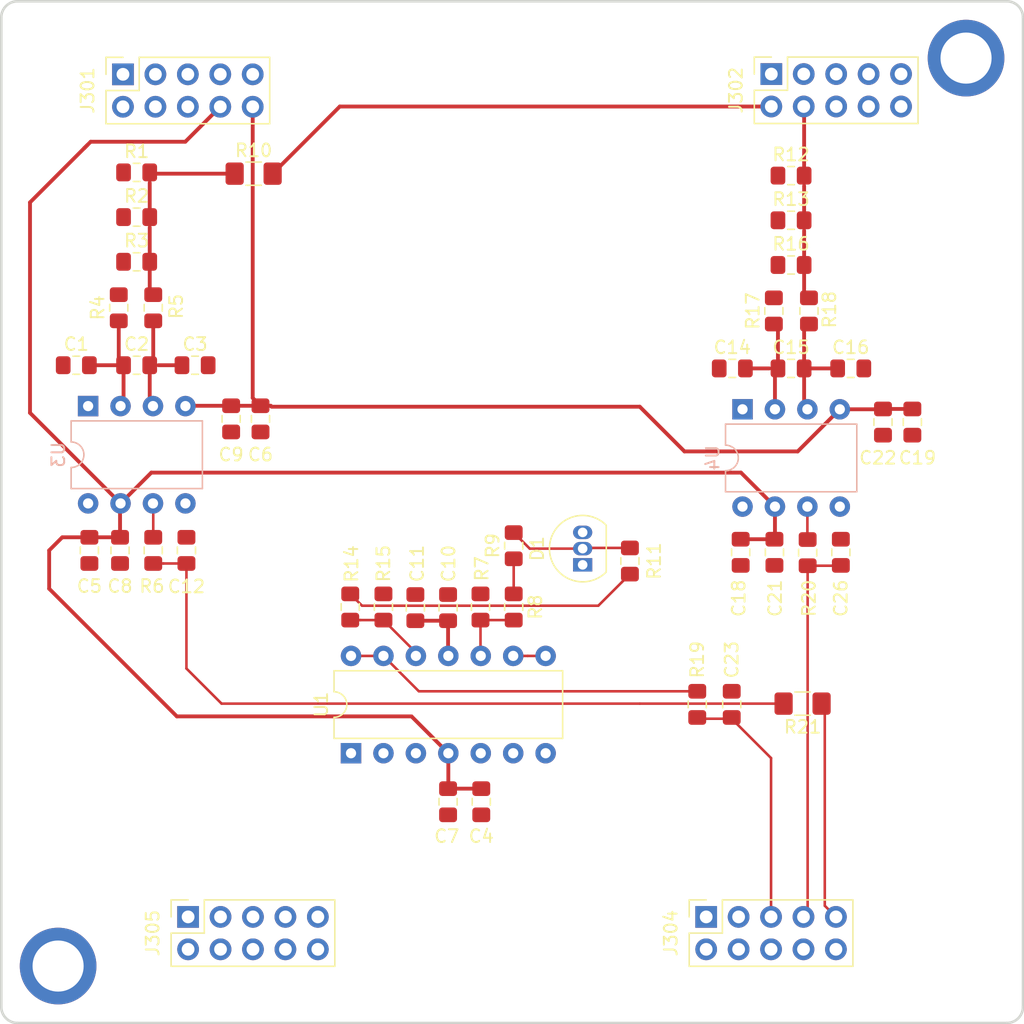
<source format=kicad_pcb>
(kicad_pcb (version 20171130) (host pcbnew 5.0.2-bee76a0~70~ubuntu18.04.1)

  (general
    (thickness 1.6)
    (drawings 8)
    (tracks 130)
    (zones 0)
    (modules 50)
    (nets 39)
  )

  (page A4)
  (layers
    (0 F.Cu signal)
    (31 B.Cu signal)
    (32 B.Adhes user)
    (33 F.Adhes user)
    (34 B.Paste user)
    (35 F.Paste user)
    (36 B.SilkS user)
    (37 F.SilkS user)
    (38 B.Mask user)
    (39 F.Mask user)
    (40 Dwgs.User user)
    (41 Cmts.User user)
    (42 Eco1.User user)
    (43 Eco2.User user)
    (44 Edge.Cuts user)
    (45 Margin user)
    (46 B.CrtYd user)
    (47 F.CrtYd user)
    (48 B.Fab user)
    (49 F.Fab user)
  )

  (setup
    (last_trace_width 0.2)
    (trace_clearance 0.2)
    (zone_clearance 0.508)
    (zone_45_only no)
    (trace_min 0.15)
    (segment_width 0.2)
    (edge_width 0.2)
    (via_size 0.8)
    (via_drill 0.4)
    (via_min_size 0.4)
    (via_min_drill 0.3)
    (uvia_size 0.3)
    (uvia_drill 0.1)
    (uvias_allowed no)
    (uvia_min_size 0.2)
    (uvia_min_drill 0.1)
    (pcb_text_width 0.3)
    (pcb_text_size 1.5 1.5)
    (mod_edge_width 0.15)
    (mod_text_size 0 0)
    (mod_text_width 0)
    (pad_size 1.524 1.524)
    (pad_drill 0.762)
    (pad_to_mask_clearance 0.051)
    (solder_mask_min_width 0.25)
    (aux_axis_origin 0 0)
    (grid_origin 110 52.5)
    (visible_elements FFFFFF7F)
    (pcbplotparams
      (layerselection 0x010fc_ffffffff)
      (usegerberextensions false)
      (usegerberattributes false)
      (usegerberadvancedattributes false)
      (creategerberjobfile false)
      (excludeedgelayer true)
      (linewidth 0.100000)
      (plotframeref false)
      (viasonmask false)
      (mode 1)
      (useauxorigin false)
      (hpglpennumber 1)
      (hpglpenspeed 20)
      (hpglpendiameter 15.000000)
      (psnegative false)
      (psa4output false)
      (plotreference true)
      (plotvalue true)
      (plotinvisibletext false)
      (padsonsilk false)
      (subtractmaskfromsilk false)
      (outputformat 1)
      (mirror false)
      (drillshape 1)
      (scaleselection 1)
      (outputdirectory ""))
  )

  (net 0 "")
  (net 1 GND)
  (net 2 "Net-(C1-Pad2)")
  (net 3 "Net-(C2-Pad2)")
  (net 4 +15V)
  (net 5 -15V)
  (net 6 /Current_ch1_out)
  (net 7 "Net-(C14-Pad2)")
  (net 8 "Net-(C15-Pad2)")
  (net 9 /Torque_pedal_ADC)
  (net 10 /Current_ch2_out)
  (net 11 "Net-(D1-Pad2)")
  (net 12 /3V3_REF)
  (net 13 /5V_REF)
  (net 14 +5V)
  (net 15 /Current_sensor_1)
  (net 16 /Current_sensor_2)
  (net 17 /Torque_pedal_in)
  (net 18 "Net-(J302-Pad8)")
  (net 19 "Net-(J302-Pad10)")
  (net 20 "Net-(J304-Pad1)")
  (net 21 "Net-(J304-Pad3)")
  (net 22 /DIG1)
  (net 23 /DIG2)
  (net 24 /DIG3)
  (net 25 /DIG4)
  (net 26 /DIG5)
  (net 27 "Net-(R6-Pad2)")
  (net 28 "Net-(R7-Pad1)")
  (net 29 "Net-(R8-Pad2)")
  (net 30 "Net-(R19-Pad2)")
  (net 31 "Net-(R20-Pad2)")
  (net 32 "Net-(U3-Pad1)")
  (net 33 "Net-(U3-Pad8)")
  (net 34 "Net-(U4-Pad8)")
  (net 35 "Net-(U4-Pad1)")
  (net 36 /amp_ref)
  (net 37 "Net-(R1-Pad2)")
  (net 38 "Net-(C12-Pad1)")

  (net_class Default "This is the default net class."
    (clearance 0.2)
    (trace_width 0.2)
    (via_dia 0.8)
    (via_drill 0.4)
    (uvia_dia 0.3)
    (uvia_drill 0.1)
    (add_net +5V)
    (add_net /3V3_REF)
    (add_net /5V_REF)
    (add_net /Current_ch1_out)
    (add_net /Current_ch2_out)
    (add_net /Current_sensor_1)
    (add_net /Current_sensor_2)
    (add_net /DIG1)
    (add_net /DIG2)
    (add_net /DIG3)
    (add_net /DIG4)
    (add_net /DIG5)
    (add_net /Torque_pedal_ADC)
    (add_net /Torque_pedal_in)
    (add_net /amp_ref)
    (add_net "Net-(C1-Pad2)")
    (add_net "Net-(C12-Pad1)")
    (add_net "Net-(C14-Pad2)")
    (add_net "Net-(C15-Pad2)")
    (add_net "Net-(C2-Pad2)")
    (add_net "Net-(D1-Pad2)")
    (add_net "Net-(J302-Pad10)")
    (add_net "Net-(J302-Pad8)")
    (add_net "Net-(J304-Pad1)")
    (add_net "Net-(J304-Pad3)")
    (add_net "Net-(R1-Pad2)")
    (add_net "Net-(R19-Pad2)")
    (add_net "Net-(R20-Pad2)")
    (add_net "Net-(R6-Pad2)")
    (add_net "Net-(R7-Pad1)")
    (add_net "Net-(R8-Pad2)")
    (add_net "Net-(U3-Pad1)")
    (add_net "Net-(U3-Pad8)")
    (add_net "Net-(U4-Pad1)")
    (add_net "Net-(U4-Pad8)")
  )

  (net_class Current_sensor ""
    (clearance 0.2)
    (trace_width 0.3)
    (via_dia 0.8)
    (via_drill 0.4)
    (uvia_dia 0.3)
    (uvia_drill 0.1)
  )

  (net_class Power ""
    (clearance 0.2)
    (trace_width 0.3)
    (via_dia 0.8)
    (via_drill 0.4)
    (uvia_dia 0.3)
    (uvia_drill 0.1)
    (add_net +15V)
    (add_net -15V)
    (add_net GND)
  )

  (module Capacitor_SMD:C_0805_2012Metric_Pad1.15x1.40mm_HandSolder (layer F.Cu) (tedit 5B36C52B) (tstamp 5C9B8342)
    (at 115.875 81)
    (descr "Capacitor SMD 0805 (2012 Metric), square (rectangular) end terminal, IPC_7351 nominal with elongated pad for handsoldering. (Body size source: https://docs.google.com/spreadsheets/d/1BsfQQcO9C6DZCsRaXUlFlo91Tg2WpOkGARC1WS5S8t0/edit?usp=sharing), generated with kicad-footprint-generator")
    (tags "capacitor handsolder")
    (path /5C712D71)
    (attr smd)
    (fp_text reference C1 (at 0 -1.65) (layer F.SilkS)
      (effects (font (size 1 1) (thickness 0.15)))
    )
    (fp_text value 1n (at 0 1.65) (layer F.Fab)
      (effects (font (size 0 0) (thickness 0.15)))
    )
    (fp_line (start -1 0.6) (end -1 -0.6) (layer F.Fab) (width 0.1))
    (fp_line (start -1 -0.6) (end 1 -0.6) (layer F.Fab) (width 0.1))
    (fp_line (start 1 -0.6) (end 1 0.6) (layer F.Fab) (width 0.1))
    (fp_line (start 1 0.6) (end -1 0.6) (layer F.Fab) (width 0.1))
    (fp_line (start -0.261252 -0.71) (end 0.261252 -0.71) (layer F.SilkS) (width 0.12))
    (fp_line (start -0.261252 0.71) (end 0.261252 0.71) (layer F.SilkS) (width 0.12))
    (fp_line (start -1.85 0.95) (end -1.85 -0.95) (layer F.CrtYd) (width 0.05))
    (fp_line (start -1.85 -0.95) (end 1.85 -0.95) (layer F.CrtYd) (width 0.05))
    (fp_line (start 1.85 -0.95) (end 1.85 0.95) (layer F.CrtYd) (width 0.05))
    (fp_line (start 1.85 0.95) (end -1.85 0.95) (layer F.CrtYd) (width 0.05))
    (fp_text user %R (at 0 0) (layer F.Fab)
      (effects (font (size 0.5 0.5) (thickness 0.08)))
    )
    (pad 1 smd roundrect (at -1.025 0) (size 1.15 1.4) (layers F.Cu F.Paste F.Mask) (roundrect_rratio 0.217391)
      (net 1 GND))
    (pad 2 smd roundrect (at 1.025 0) (size 1.15 1.4) (layers F.Cu F.Paste F.Mask) (roundrect_rratio 0.217391)
      (net 2 "Net-(C1-Pad2)"))
    (model ${KISYS3DMOD}/Capacitor_SMD.3dshapes/C_0805_2012Metric.wrl
      (at (xyz 0 0 0))
      (scale (xyz 1 1 1))
      (rotate (xyz 0 0 0))
    )
  )

  (module Capacitor_SMD:C_0805_2012Metric_Pad1.15x1.40mm_HandSolder (layer F.Cu) (tedit 5B36C52B) (tstamp 5C9B8353)
    (at 120.6 81)
    (descr "Capacitor SMD 0805 (2012 Metric), square (rectangular) end terminal, IPC_7351 nominal with elongated pad for handsoldering. (Body size source: https://docs.google.com/spreadsheets/d/1BsfQQcO9C6DZCsRaXUlFlo91Tg2WpOkGARC1WS5S8t0/edit?usp=sharing), generated with kicad-footprint-generator")
    (tags "capacitor handsolder")
    (path /5C6E9F03)
    (attr smd)
    (fp_text reference C2 (at 0 -1.65) (layer F.SilkS)
      (effects (font (size 1 1) (thickness 0.15)))
    )
    (fp_text value 10n (at 0 1.65) (layer F.Fab)
      (effects (font (size 0 0) (thickness 0.15)))
    )
    (fp_text user %R (at 0 0) (layer F.Fab)
      (effects (font (size 0.5 0.5) (thickness 0.08)))
    )
    (fp_line (start 1.85 0.95) (end -1.85 0.95) (layer F.CrtYd) (width 0.05))
    (fp_line (start 1.85 -0.95) (end 1.85 0.95) (layer F.CrtYd) (width 0.05))
    (fp_line (start -1.85 -0.95) (end 1.85 -0.95) (layer F.CrtYd) (width 0.05))
    (fp_line (start -1.85 0.95) (end -1.85 -0.95) (layer F.CrtYd) (width 0.05))
    (fp_line (start -0.261252 0.71) (end 0.261252 0.71) (layer F.SilkS) (width 0.12))
    (fp_line (start -0.261252 -0.71) (end 0.261252 -0.71) (layer F.SilkS) (width 0.12))
    (fp_line (start 1 0.6) (end -1 0.6) (layer F.Fab) (width 0.1))
    (fp_line (start 1 -0.6) (end 1 0.6) (layer F.Fab) (width 0.1))
    (fp_line (start -1 -0.6) (end 1 -0.6) (layer F.Fab) (width 0.1))
    (fp_line (start -1 0.6) (end -1 -0.6) (layer F.Fab) (width 0.1))
    (pad 2 smd roundrect (at 1.025 0) (size 1.15 1.4) (layers F.Cu F.Paste F.Mask) (roundrect_rratio 0.217391)
      (net 3 "Net-(C2-Pad2)"))
    (pad 1 smd roundrect (at -1.025 0) (size 1.15 1.4) (layers F.Cu F.Paste F.Mask) (roundrect_rratio 0.217391)
      (net 2 "Net-(C1-Pad2)"))
    (model ${KISYS3DMOD}/Capacitor_SMD.3dshapes/C_0805_2012Metric.wrl
      (at (xyz 0 0 0))
      (scale (xyz 1 1 1))
      (rotate (xyz 0 0 0))
    )
  )

  (module Capacitor_SMD:C_0805_2012Metric_Pad1.15x1.40mm_HandSolder (layer F.Cu) (tedit 5B36C52B) (tstamp 5C9B8364)
    (at 125.175 81)
    (descr "Capacitor SMD 0805 (2012 Metric), square (rectangular) end terminal, IPC_7351 nominal with elongated pad for handsoldering. (Body size source: https://docs.google.com/spreadsheets/d/1BsfQQcO9C6DZCsRaXUlFlo91Tg2WpOkGARC1WS5S8t0/edit?usp=sharing), generated with kicad-footprint-generator")
    (tags "capacitor handsolder")
    (path /5C70D056)
    (attr smd)
    (fp_text reference C3 (at 0 -1.65) (layer F.SilkS)
      (effects (font (size 1 1) (thickness 0.15)))
    )
    (fp_text value 1n (at 0 1.65) (layer F.Fab)
      (effects (font (size 0 0) (thickness 0.15)))
    )
    (fp_text user %R (at 0 0) (layer F.Fab)
      (effects (font (size 0.5 0.5) (thickness 0.08)))
    )
    (fp_line (start 1.85 0.95) (end -1.85 0.95) (layer F.CrtYd) (width 0.05))
    (fp_line (start 1.85 -0.95) (end 1.85 0.95) (layer F.CrtYd) (width 0.05))
    (fp_line (start -1.85 -0.95) (end 1.85 -0.95) (layer F.CrtYd) (width 0.05))
    (fp_line (start -1.85 0.95) (end -1.85 -0.95) (layer F.CrtYd) (width 0.05))
    (fp_line (start -0.261252 0.71) (end 0.261252 0.71) (layer F.SilkS) (width 0.12))
    (fp_line (start -0.261252 -0.71) (end 0.261252 -0.71) (layer F.SilkS) (width 0.12))
    (fp_line (start 1 0.6) (end -1 0.6) (layer F.Fab) (width 0.1))
    (fp_line (start 1 -0.6) (end 1 0.6) (layer F.Fab) (width 0.1))
    (fp_line (start -1 -0.6) (end 1 -0.6) (layer F.Fab) (width 0.1))
    (fp_line (start -1 0.6) (end -1 -0.6) (layer F.Fab) (width 0.1))
    (pad 2 smd roundrect (at 1.025 0) (size 1.15 1.4) (layers F.Cu F.Paste F.Mask) (roundrect_rratio 0.217391)
      (net 1 GND))
    (pad 1 smd roundrect (at -1.025 0) (size 1.15 1.4) (layers F.Cu F.Paste F.Mask) (roundrect_rratio 0.217391)
      (net 3 "Net-(C2-Pad2)"))
    (model ${KISYS3DMOD}/Capacitor_SMD.3dshapes/C_0805_2012Metric.wrl
      (at (xyz 0 0 0))
      (scale (xyz 1 1 1))
      (rotate (xyz 0 0 0))
    )
  )

  (module Capacitor_SMD:C_0805_2012Metric_Pad1.15x1.40mm_HandSolder (layer F.Cu) (tedit 5B36C52B) (tstamp 5C9B8375)
    (at 147.588029 115.18308 270)
    (descr "Capacitor SMD 0805 (2012 Metric), square (rectangular) end terminal, IPC_7351 nominal with elongated pad for handsoldering. (Body size source: https://docs.google.com/spreadsheets/d/1BsfQQcO9C6DZCsRaXUlFlo91Tg2WpOkGARC1WS5S8t0/edit?usp=sharing), generated with kicad-footprint-generator")
    (tags "capacitor handsolder")
    (path /5C746AFC)
    (attr smd)
    (fp_text reference C4 (at 2.7 0 180) (layer F.SilkS)
      (effects (font (size 1 1) (thickness 0.15)))
    )
    (fp_text value 10u (at 0 1.65 270) (layer F.Fab)
      (effects (font (size 0 0) (thickness 0.15)))
    )
    (fp_text user %R (at 0 0 270) (layer F.Fab)
      (effects (font (size 0.5 0.5) (thickness 0.08)))
    )
    (fp_line (start 1.85 0.95) (end -1.85 0.95) (layer F.CrtYd) (width 0.05))
    (fp_line (start 1.85 -0.95) (end 1.85 0.95) (layer F.CrtYd) (width 0.05))
    (fp_line (start -1.85 -0.95) (end 1.85 -0.95) (layer F.CrtYd) (width 0.05))
    (fp_line (start -1.85 0.95) (end -1.85 -0.95) (layer F.CrtYd) (width 0.05))
    (fp_line (start -0.261252 0.71) (end 0.261252 0.71) (layer F.SilkS) (width 0.12))
    (fp_line (start -0.261252 -0.71) (end 0.261252 -0.71) (layer F.SilkS) (width 0.12))
    (fp_line (start 1 0.6) (end -1 0.6) (layer F.Fab) (width 0.1))
    (fp_line (start 1 -0.6) (end 1 0.6) (layer F.Fab) (width 0.1))
    (fp_line (start -1 -0.6) (end 1 -0.6) (layer F.Fab) (width 0.1))
    (fp_line (start -1 0.6) (end -1 -0.6) (layer F.Fab) (width 0.1))
    (pad 2 smd roundrect (at 1.025 0 270) (size 1.15 1.4) (layers F.Cu F.Paste F.Mask) (roundrect_rratio 0.217391)
      (net 1 GND))
    (pad 1 smd roundrect (at -1.025 0 270) (size 1.15 1.4) (layers F.Cu F.Paste F.Mask) (roundrect_rratio 0.217391)
      (net 4 +15V))
    (model ${KISYS3DMOD}/Capacitor_SMD.3dshapes/C_0805_2012Metric.wrl
      (at (xyz 0 0 0))
      (scale (xyz 1 1 1))
      (rotate (xyz 0 0 0))
    )
  )

  (module Capacitor_SMD:C_0805_2012Metric_Pad1.15x1.40mm_HandSolder (layer F.Cu) (tedit 5B36C52B) (tstamp 5C9B8386)
    (at 116.9 95.5 270)
    (descr "Capacitor SMD 0805 (2012 Metric), square (rectangular) end terminal, IPC_7351 nominal with elongated pad for handsoldering. (Body size source: https://docs.google.com/spreadsheets/d/1BsfQQcO9C6DZCsRaXUlFlo91Tg2WpOkGARC1WS5S8t0/edit?usp=sharing), generated with kicad-footprint-generator")
    (tags "capacitor handsolder")
    (path /5C6EC572)
    (attr smd)
    (fp_text reference C5 (at 2.8 0) (layer F.SilkS)
      (effects (font (size 1 1) (thickness 0.15)))
    )
    (fp_text value 10u (at 0 1.65 270) (layer F.Fab)
      (effects (font (size 0 0) (thickness 0.15)))
    )
    (fp_line (start -1 0.6) (end -1 -0.6) (layer F.Fab) (width 0.1))
    (fp_line (start -1 -0.6) (end 1 -0.6) (layer F.Fab) (width 0.1))
    (fp_line (start 1 -0.6) (end 1 0.6) (layer F.Fab) (width 0.1))
    (fp_line (start 1 0.6) (end -1 0.6) (layer F.Fab) (width 0.1))
    (fp_line (start -0.261252 -0.71) (end 0.261252 -0.71) (layer F.SilkS) (width 0.12))
    (fp_line (start -0.261252 0.71) (end 0.261252 0.71) (layer F.SilkS) (width 0.12))
    (fp_line (start -1.85 0.95) (end -1.85 -0.95) (layer F.CrtYd) (width 0.05))
    (fp_line (start -1.85 -0.95) (end 1.85 -0.95) (layer F.CrtYd) (width 0.05))
    (fp_line (start 1.85 -0.95) (end 1.85 0.95) (layer F.CrtYd) (width 0.05))
    (fp_line (start 1.85 0.95) (end -1.85 0.95) (layer F.CrtYd) (width 0.05))
    (fp_text user %R (at 0 0 270) (layer F.Fab)
      (effects (font (size 0.5 0.5) (thickness 0.08)))
    )
    (pad 1 smd roundrect (at -1.025 0 270) (size 1.15 1.4) (layers F.Cu F.Paste F.Mask) (roundrect_rratio 0.217391)
      (net 4 +15V))
    (pad 2 smd roundrect (at 1.025 0 270) (size 1.15 1.4) (layers F.Cu F.Paste F.Mask) (roundrect_rratio 0.217391)
      (net 1 GND))
    (model ${KISYS3DMOD}/Capacitor_SMD.3dshapes/C_0805_2012Metric.wrl
      (at (xyz 0 0 0))
      (scale (xyz 1 1 1))
      (rotate (xyz 0 0 0))
    )
  )

  (module Capacitor_SMD:C_0805_2012Metric_Pad1.15x1.40mm_HandSolder (layer F.Cu) (tedit 5B36C52B) (tstamp 5C9B8397)
    (at 130.3 85.2 270)
    (descr "Capacitor SMD 0805 (2012 Metric), square (rectangular) end terminal, IPC_7351 nominal with elongated pad for handsoldering. (Body size source: https://docs.google.com/spreadsheets/d/1BsfQQcO9C6DZCsRaXUlFlo91Tg2WpOkGARC1WS5S8t0/edit?usp=sharing), generated with kicad-footprint-generator")
    (tags "capacitor handsolder")
    (path /5C6EC654)
    (attr smd)
    (fp_text reference C6 (at 2.8 0) (layer F.SilkS)
      (effects (font (size 1 1) (thickness 0.15)))
    )
    (fp_text value 10u (at 0 1.65 270) (layer F.Fab)
      (effects (font (size 0 0) (thickness 0.15)))
    )
    (fp_line (start -1 0.6) (end -1 -0.6) (layer F.Fab) (width 0.1))
    (fp_line (start -1 -0.6) (end 1 -0.6) (layer F.Fab) (width 0.1))
    (fp_line (start 1 -0.6) (end 1 0.6) (layer F.Fab) (width 0.1))
    (fp_line (start 1 0.6) (end -1 0.6) (layer F.Fab) (width 0.1))
    (fp_line (start -0.261252 -0.71) (end 0.261252 -0.71) (layer F.SilkS) (width 0.12))
    (fp_line (start -0.261252 0.71) (end 0.261252 0.71) (layer F.SilkS) (width 0.12))
    (fp_line (start -1.85 0.95) (end -1.85 -0.95) (layer F.CrtYd) (width 0.05))
    (fp_line (start -1.85 -0.95) (end 1.85 -0.95) (layer F.CrtYd) (width 0.05))
    (fp_line (start 1.85 -0.95) (end 1.85 0.95) (layer F.CrtYd) (width 0.05))
    (fp_line (start 1.85 0.95) (end -1.85 0.95) (layer F.CrtYd) (width 0.05))
    (fp_text user %R (at 0 0 270) (layer F.Fab)
      (effects (font (size 0.5 0.5) (thickness 0.08)))
    )
    (pad 1 smd roundrect (at -1.025 0 270) (size 1.15 1.4) (layers F.Cu F.Paste F.Mask) (roundrect_rratio 0.217391)
      (net 5 -15V))
    (pad 2 smd roundrect (at 1.025 0 270) (size 1.15 1.4) (layers F.Cu F.Paste F.Mask) (roundrect_rratio 0.217391)
      (net 1 GND))
    (model ${KISYS3DMOD}/Capacitor_SMD.3dshapes/C_0805_2012Metric.wrl
      (at (xyz 0 0 0))
      (scale (xyz 1 1 1))
      (rotate (xyz 0 0 0))
    )
  )

  (module Capacitor_SMD:C_0805_2012Metric_Pad1.15x1.40mm_HandSolder (layer F.Cu) (tedit 5B36C52B) (tstamp 5C9B83A8)
    (at 144.988029 115.18308 270)
    (descr "Capacitor SMD 0805 (2012 Metric), square (rectangular) end terminal, IPC_7351 nominal with elongated pad for handsoldering. (Body size source: https://docs.google.com/spreadsheets/d/1BsfQQcO9C6DZCsRaXUlFlo91Tg2WpOkGARC1WS5S8t0/edit?usp=sharing), generated with kicad-footprint-generator")
    (tags "capacitor handsolder")
    (path /5C746AF5)
    (attr smd)
    (fp_text reference C7 (at 2.7 0.1) (layer F.SilkS)
      (effects (font (size 1 1) (thickness 0.15)))
    )
    (fp_text value 0.1u (at 0 1.65 270) (layer F.Fab)
      (effects (font (size 0 0) (thickness 0.15)))
    )
    (fp_line (start -1 0.6) (end -1 -0.6) (layer F.Fab) (width 0.1))
    (fp_line (start -1 -0.6) (end 1 -0.6) (layer F.Fab) (width 0.1))
    (fp_line (start 1 -0.6) (end 1 0.6) (layer F.Fab) (width 0.1))
    (fp_line (start 1 0.6) (end -1 0.6) (layer F.Fab) (width 0.1))
    (fp_line (start -0.261252 -0.71) (end 0.261252 -0.71) (layer F.SilkS) (width 0.12))
    (fp_line (start -0.261252 0.71) (end 0.261252 0.71) (layer F.SilkS) (width 0.12))
    (fp_line (start -1.85 0.95) (end -1.85 -0.95) (layer F.CrtYd) (width 0.05))
    (fp_line (start -1.85 -0.95) (end 1.85 -0.95) (layer F.CrtYd) (width 0.05))
    (fp_line (start 1.85 -0.95) (end 1.85 0.95) (layer F.CrtYd) (width 0.05))
    (fp_line (start 1.85 0.95) (end -1.85 0.95) (layer F.CrtYd) (width 0.05))
    (fp_text user %R (at 0 0 270) (layer F.Fab)
      (effects (font (size 0.5 0.5) (thickness 0.08)))
    )
    (pad 1 smd roundrect (at -1.025 0 270) (size 1.15 1.4) (layers F.Cu F.Paste F.Mask) (roundrect_rratio 0.217391)
      (net 4 +15V))
    (pad 2 smd roundrect (at 1.025 0 270) (size 1.15 1.4) (layers F.Cu F.Paste F.Mask) (roundrect_rratio 0.217391)
      (net 1 GND))
    (model ${KISYS3DMOD}/Capacitor_SMD.3dshapes/C_0805_2012Metric.wrl
      (at (xyz 0 0 0))
      (scale (xyz 1 1 1))
      (rotate (xyz 0 0 0))
    )
  )

  (module Capacitor_SMD:C_0805_2012Metric_Pad1.15x1.40mm_HandSolder (layer F.Cu) (tedit 5B36C52B) (tstamp 5C9B83B9)
    (at 119.3 95.5 270)
    (descr "Capacitor SMD 0805 (2012 Metric), square (rectangular) end terminal, IPC_7351 nominal with elongated pad for handsoldering. (Body size source: https://docs.google.com/spreadsheets/d/1BsfQQcO9C6DZCsRaXUlFlo91Tg2WpOkGARC1WS5S8t0/edit?usp=sharing), generated with kicad-footprint-generator")
    (tags "capacitor handsolder")
    (path /5C6EC48A)
    (attr smd)
    (fp_text reference C8 (at 2.8 0) (layer F.SilkS)
      (effects (font (size 1 1) (thickness 0.15)))
    )
    (fp_text value 0.1u (at 0 1.65 270) (layer F.Fab)
      (effects (font (size 0 0) (thickness 0.15)))
    )
    (fp_text user %R (at 0 0 270) (layer F.Fab)
      (effects (font (size 0.5 0.5) (thickness 0.08)))
    )
    (fp_line (start 1.85 0.95) (end -1.85 0.95) (layer F.CrtYd) (width 0.05))
    (fp_line (start 1.85 -0.95) (end 1.85 0.95) (layer F.CrtYd) (width 0.05))
    (fp_line (start -1.85 -0.95) (end 1.85 -0.95) (layer F.CrtYd) (width 0.05))
    (fp_line (start -1.85 0.95) (end -1.85 -0.95) (layer F.CrtYd) (width 0.05))
    (fp_line (start -0.261252 0.71) (end 0.261252 0.71) (layer F.SilkS) (width 0.12))
    (fp_line (start -0.261252 -0.71) (end 0.261252 -0.71) (layer F.SilkS) (width 0.12))
    (fp_line (start 1 0.6) (end -1 0.6) (layer F.Fab) (width 0.1))
    (fp_line (start 1 -0.6) (end 1 0.6) (layer F.Fab) (width 0.1))
    (fp_line (start -1 -0.6) (end 1 -0.6) (layer F.Fab) (width 0.1))
    (fp_line (start -1 0.6) (end -1 -0.6) (layer F.Fab) (width 0.1))
    (pad 2 smd roundrect (at 1.025 0 270) (size 1.15 1.4) (layers F.Cu F.Paste F.Mask) (roundrect_rratio 0.217391)
      (net 1 GND))
    (pad 1 smd roundrect (at -1.025 0 270) (size 1.15 1.4) (layers F.Cu F.Paste F.Mask) (roundrect_rratio 0.217391)
      (net 4 +15V))
    (model ${KISYS3DMOD}/Capacitor_SMD.3dshapes/C_0805_2012Metric.wrl
      (at (xyz 0 0 0))
      (scale (xyz 1 1 1))
      (rotate (xyz 0 0 0))
    )
  )

  (module Capacitor_SMD:C_0805_2012Metric_Pad1.15x1.40mm_HandSolder (layer F.Cu) (tedit 5B36C52B) (tstamp 5C9B83CA)
    (at 128 85.2 270)
    (descr "Capacitor SMD 0805 (2012 Metric), square (rectangular) end terminal, IPC_7351 nominal with elongated pad for handsoldering. (Body size source: https://docs.google.com/spreadsheets/d/1BsfQQcO9C6DZCsRaXUlFlo91Tg2WpOkGARC1WS5S8t0/edit?usp=sharing), generated with kicad-footprint-generator")
    (tags "capacitor handsolder")
    (path /5C6EC64D)
    (attr smd)
    (fp_text reference C9 (at 2.8 0) (layer F.SilkS)
      (effects (font (size 1 1) (thickness 0.15)))
    )
    (fp_text value 0.1u (at 0 1.65 270) (layer F.Fab)
      (effects (font (size 0 0) (thickness 0.15)))
    )
    (fp_text user %R (at 0 0 270) (layer F.Fab)
      (effects (font (size 0.5 0.5) (thickness 0.08)))
    )
    (fp_line (start 1.85 0.95) (end -1.85 0.95) (layer F.CrtYd) (width 0.05))
    (fp_line (start 1.85 -0.95) (end 1.85 0.95) (layer F.CrtYd) (width 0.05))
    (fp_line (start -1.85 -0.95) (end 1.85 -0.95) (layer F.CrtYd) (width 0.05))
    (fp_line (start -1.85 0.95) (end -1.85 -0.95) (layer F.CrtYd) (width 0.05))
    (fp_line (start -0.261252 0.71) (end 0.261252 0.71) (layer F.SilkS) (width 0.12))
    (fp_line (start -0.261252 -0.71) (end 0.261252 -0.71) (layer F.SilkS) (width 0.12))
    (fp_line (start 1 0.6) (end -1 0.6) (layer F.Fab) (width 0.1))
    (fp_line (start 1 -0.6) (end 1 0.6) (layer F.Fab) (width 0.1))
    (fp_line (start -1 -0.6) (end 1 -0.6) (layer F.Fab) (width 0.1))
    (fp_line (start -1 0.6) (end -1 -0.6) (layer F.Fab) (width 0.1))
    (pad 2 smd roundrect (at 1.025 0 270) (size 1.15 1.4) (layers F.Cu F.Paste F.Mask) (roundrect_rratio 0.217391)
      (net 1 GND))
    (pad 1 smd roundrect (at -1.025 0 270) (size 1.15 1.4) (layers F.Cu F.Paste F.Mask) (roundrect_rratio 0.217391)
      (net 5 -15V))
    (model ${KISYS3DMOD}/Capacitor_SMD.3dshapes/C_0805_2012Metric.wrl
      (at (xyz 0 0 0))
      (scale (xyz 1 1 1))
      (rotate (xyz 0 0 0))
    )
  )

  (module Capacitor_SMD:C_0805_2012Metric_Pad1.15x1.40mm_HandSolder (layer F.Cu) (tedit 5B36C52B) (tstamp 5C9B83DB)
    (at 144.988029 99.98308 90)
    (descr "Capacitor SMD 0805 (2012 Metric), square (rectangular) end terminal, IPC_7351 nominal with elongated pad for handsoldering. (Body size source: https://docs.google.com/spreadsheets/d/1BsfQQcO9C6DZCsRaXUlFlo91Tg2WpOkGARC1WS5S8t0/edit?usp=sharing), generated with kicad-footprint-generator")
    (tags "capacitor handsolder")
    (path /5C7542C0)
    (attr smd)
    (fp_text reference C10 (at 3.450859 0.039108 270) (layer F.SilkS)
      (effects (font (size 1 1) (thickness 0.15)))
    )
    (fp_text value 0.1u (at 0 1.65 90) (layer F.Fab)
      (effects (font (size 0 0) (thickness 0.15)))
    )
    (fp_text user %R (at 0 0 90) (layer F.Fab)
      (effects (font (size 0.5 0.5) (thickness 0.08)))
    )
    (fp_line (start 1.85 0.95) (end -1.85 0.95) (layer F.CrtYd) (width 0.05))
    (fp_line (start 1.85 -0.95) (end 1.85 0.95) (layer F.CrtYd) (width 0.05))
    (fp_line (start -1.85 -0.95) (end 1.85 -0.95) (layer F.CrtYd) (width 0.05))
    (fp_line (start -1.85 0.95) (end -1.85 -0.95) (layer F.CrtYd) (width 0.05))
    (fp_line (start -0.261252 0.71) (end 0.261252 0.71) (layer F.SilkS) (width 0.12))
    (fp_line (start -0.261252 -0.71) (end 0.261252 -0.71) (layer F.SilkS) (width 0.12))
    (fp_line (start 1 0.6) (end -1 0.6) (layer F.Fab) (width 0.1))
    (fp_line (start 1 -0.6) (end 1 0.6) (layer F.Fab) (width 0.1))
    (fp_line (start -1 -0.6) (end 1 -0.6) (layer F.Fab) (width 0.1))
    (fp_line (start -1 0.6) (end -1 -0.6) (layer F.Fab) (width 0.1))
    (pad 2 smd roundrect (at 1.025 0 90) (size 1.15 1.4) (layers F.Cu F.Paste F.Mask) (roundrect_rratio 0.217391)
      (net 1 GND))
    (pad 1 smd roundrect (at -1.025 0 90) (size 1.15 1.4) (layers F.Cu F.Paste F.Mask) (roundrect_rratio 0.217391)
      (net 5 -15V))
    (model ${KISYS3DMOD}/Capacitor_SMD.3dshapes/C_0805_2012Metric.wrl
      (at (xyz 0 0 0))
      (scale (xyz 1 1 1))
      (rotate (xyz 0 0 0))
    )
  )

  (module Capacitor_SMD:C_0805_2012Metric_Pad1.15x1.40mm_HandSolder (layer F.Cu) (tedit 5B36C52B) (tstamp 5C9B83EC)
    (at 142.427137 99.98308 90)
    (descr "Capacitor SMD 0805 (2012 Metric), square (rectangular) end terminal, IPC_7351 nominal with elongated pad for handsoldering. (Body size source: https://docs.google.com/spreadsheets/d/1BsfQQcO9C6DZCsRaXUlFlo91Tg2WpOkGARC1WS5S8t0/edit?usp=sharing), generated with kicad-footprint-generator")
    (tags "capacitor handsolder")
    (path /5C74975A)
    (attr smd)
    (fp_text reference C11 (at 3.450859 0.139108 270) (layer F.SilkS)
      (effects (font (size 1 1) (thickness 0.15)))
    )
    (fp_text value 10u (at 0 1.65 90) (layer F.Fab)
      (effects (font (size 0 0) (thickness 0.15)))
    )
    (fp_line (start -1 0.6) (end -1 -0.6) (layer F.Fab) (width 0.1))
    (fp_line (start -1 -0.6) (end 1 -0.6) (layer F.Fab) (width 0.1))
    (fp_line (start 1 -0.6) (end 1 0.6) (layer F.Fab) (width 0.1))
    (fp_line (start 1 0.6) (end -1 0.6) (layer F.Fab) (width 0.1))
    (fp_line (start -0.261252 -0.71) (end 0.261252 -0.71) (layer F.SilkS) (width 0.12))
    (fp_line (start -0.261252 0.71) (end 0.261252 0.71) (layer F.SilkS) (width 0.12))
    (fp_line (start -1.85 0.95) (end -1.85 -0.95) (layer F.CrtYd) (width 0.05))
    (fp_line (start -1.85 -0.95) (end 1.85 -0.95) (layer F.CrtYd) (width 0.05))
    (fp_line (start 1.85 -0.95) (end 1.85 0.95) (layer F.CrtYd) (width 0.05))
    (fp_line (start 1.85 0.95) (end -1.85 0.95) (layer F.CrtYd) (width 0.05))
    (fp_text user %R (at 0 0 90) (layer F.Fab)
      (effects (font (size 0.5 0.5) (thickness 0.08)))
    )
    (pad 1 smd roundrect (at -1.025 0 90) (size 1.15 1.4) (layers F.Cu F.Paste F.Mask) (roundrect_rratio 0.217391)
      (net 5 -15V))
    (pad 2 smd roundrect (at 1.025 0 90) (size 1.15 1.4) (layers F.Cu F.Paste F.Mask) (roundrect_rratio 0.217391)
      (net 1 GND))
    (model ${KISYS3DMOD}/Capacitor_SMD.3dshapes/C_0805_2012Metric.wrl
      (at (xyz 0 0 0))
      (scale (xyz 1 1 1))
      (rotate (xyz 0 0 0))
    )
  )

  (module Capacitor_SMD:C_0805_2012Metric_Pad1.15x1.40mm_HandSolder (layer F.Cu) (tedit 5B36C52B) (tstamp 5C9B83FD)
    (at 124.5 95.5 90)
    (descr "Capacitor SMD 0805 (2012 Metric), square (rectangular) end terminal, IPC_7351 nominal with elongated pad for handsoldering. (Body size source: https://docs.google.com/spreadsheets/d/1BsfQQcO9C6DZCsRaXUlFlo91Tg2WpOkGARC1WS5S8t0/edit?usp=sharing), generated with kicad-footprint-generator")
    (tags "capacitor handsolder")
    (path /5C775C0F)
    (attr smd)
    (fp_text reference C12 (at -2.825 0 180) (layer F.SilkS)
      (effects (font (size 1 1) (thickness 0.15)))
    )
    (fp_text value 100n (at 0 1.65 90) (layer F.Fab)
      (effects (font (size 0 0) (thickness 0.15)))
    )
    (fp_line (start -1 0.6) (end -1 -0.6) (layer F.Fab) (width 0.1))
    (fp_line (start -1 -0.6) (end 1 -0.6) (layer F.Fab) (width 0.1))
    (fp_line (start 1 -0.6) (end 1 0.6) (layer F.Fab) (width 0.1))
    (fp_line (start 1 0.6) (end -1 0.6) (layer F.Fab) (width 0.1))
    (fp_line (start -0.261252 -0.71) (end 0.261252 -0.71) (layer F.SilkS) (width 0.12))
    (fp_line (start -0.261252 0.71) (end 0.261252 0.71) (layer F.SilkS) (width 0.12))
    (fp_line (start -1.85 0.95) (end -1.85 -0.95) (layer F.CrtYd) (width 0.05))
    (fp_line (start -1.85 -0.95) (end 1.85 -0.95) (layer F.CrtYd) (width 0.05))
    (fp_line (start 1.85 -0.95) (end 1.85 0.95) (layer F.CrtYd) (width 0.05))
    (fp_line (start 1.85 0.95) (end -1.85 0.95) (layer F.CrtYd) (width 0.05))
    (fp_text user %R (at 0 0 90) (layer F.Fab)
      (effects (font (size 0.5 0.5) (thickness 0.08)))
    )
    (pad 1 smd roundrect (at -1.025 0 90) (size 1.15 1.4) (layers F.Cu F.Paste F.Mask) (roundrect_rratio 0.217391)
      (net 38 "Net-(C12-Pad1)"))
    (pad 2 smd roundrect (at 1.025 0 90) (size 1.15 1.4) (layers F.Cu F.Paste F.Mask) (roundrect_rratio 0.217391)
      (net 1 GND))
    (model ${KISYS3DMOD}/Capacitor_SMD.3dshapes/C_0805_2012Metric.wrl
      (at (xyz 0 0 0))
      (scale (xyz 1 1 1))
      (rotate (xyz 0 0 0))
    )
  )

  (module Capacitor_SMD:C_0805_2012Metric_Pad1.15x1.40mm_HandSolder (layer F.Cu) (tedit 5B36C52B) (tstamp 5C9B841F)
    (at 167.245406 81.250616)
    (descr "Capacitor SMD 0805 (2012 Metric), square (rectangular) end terminal, IPC_7351 nominal with elongated pad for handsoldering. (Body size source: https://docs.google.com/spreadsheets/d/1BsfQQcO9C6DZCsRaXUlFlo91Tg2WpOkGARC1WS5S8t0/edit?usp=sharing), generated with kicad-footprint-generator")
    (tags "capacitor handsolder")
    (path /5C7239CD)
    (attr smd)
    (fp_text reference C14 (at 0 -1.65) (layer F.SilkS)
      (effects (font (size 1 1) (thickness 0.15)))
    )
    (fp_text value 1n (at 0 1.65) (layer F.Fab)
      (effects (font (size 0 0) (thickness 0.15)))
    )
    (fp_text user %R (at 0 0) (layer F.Fab)
      (effects (font (size 0.5 0.5) (thickness 0.08)))
    )
    (fp_line (start 1.85 0.95) (end -1.85 0.95) (layer F.CrtYd) (width 0.05))
    (fp_line (start 1.85 -0.95) (end 1.85 0.95) (layer F.CrtYd) (width 0.05))
    (fp_line (start -1.85 -0.95) (end 1.85 -0.95) (layer F.CrtYd) (width 0.05))
    (fp_line (start -1.85 0.95) (end -1.85 -0.95) (layer F.CrtYd) (width 0.05))
    (fp_line (start -0.261252 0.71) (end 0.261252 0.71) (layer F.SilkS) (width 0.12))
    (fp_line (start -0.261252 -0.71) (end 0.261252 -0.71) (layer F.SilkS) (width 0.12))
    (fp_line (start 1 0.6) (end -1 0.6) (layer F.Fab) (width 0.1))
    (fp_line (start 1 -0.6) (end 1 0.6) (layer F.Fab) (width 0.1))
    (fp_line (start -1 -0.6) (end 1 -0.6) (layer F.Fab) (width 0.1))
    (fp_line (start -1 0.6) (end -1 -0.6) (layer F.Fab) (width 0.1))
    (pad 2 smd roundrect (at 1.025 0) (size 1.15 1.4) (layers F.Cu F.Paste F.Mask) (roundrect_rratio 0.217391)
      (net 7 "Net-(C14-Pad2)"))
    (pad 1 smd roundrect (at -1.025 0) (size 1.15 1.4) (layers F.Cu F.Paste F.Mask) (roundrect_rratio 0.217391)
      (net 1 GND))
    (model ${KISYS3DMOD}/Capacitor_SMD.3dshapes/C_0805_2012Metric.wrl
      (at (xyz 0 0 0))
      (scale (xyz 1 1 1))
      (rotate (xyz 0 0 0))
    )
  )

  (module Capacitor_SMD:C_0805_2012Metric_Pad1.15x1.40mm_HandSolder (layer F.Cu) (tedit 5B36C52B) (tstamp 5C9B8430)
    (at 171.845406 81.250616)
    (descr "Capacitor SMD 0805 (2012 Metric), square (rectangular) end terminal, IPC_7351 nominal with elongated pad for handsoldering. (Body size source: https://docs.google.com/spreadsheets/d/1BsfQQcO9C6DZCsRaXUlFlo91Tg2WpOkGARC1WS5S8t0/edit?usp=sharing), generated with kicad-footprint-generator")
    (tags "capacitor handsolder")
    (path /5C7239A7)
    (attr smd)
    (fp_text reference C15 (at 0 -1.65) (layer F.SilkS)
      (effects (font (size 1 1) (thickness 0.15)))
    )
    (fp_text value 10n (at 0 1.65) (layer F.Fab)
      (effects (font (size 0 0) (thickness 0.15)))
    )
    (fp_text user %R (at 0 0) (layer F.Fab)
      (effects (font (size 0.5 0.5) (thickness 0.08)))
    )
    (fp_line (start 1.85 0.95) (end -1.85 0.95) (layer F.CrtYd) (width 0.05))
    (fp_line (start 1.85 -0.95) (end 1.85 0.95) (layer F.CrtYd) (width 0.05))
    (fp_line (start -1.85 -0.95) (end 1.85 -0.95) (layer F.CrtYd) (width 0.05))
    (fp_line (start -1.85 0.95) (end -1.85 -0.95) (layer F.CrtYd) (width 0.05))
    (fp_line (start -0.261252 0.71) (end 0.261252 0.71) (layer F.SilkS) (width 0.12))
    (fp_line (start -0.261252 -0.71) (end 0.261252 -0.71) (layer F.SilkS) (width 0.12))
    (fp_line (start 1 0.6) (end -1 0.6) (layer F.Fab) (width 0.1))
    (fp_line (start 1 -0.6) (end 1 0.6) (layer F.Fab) (width 0.1))
    (fp_line (start -1 -0.6) (end 1 -0.6) (layer F.Fab) (width 0.1))
    (fp_line (start -1 0.6) (end -1 -0.6) (layer F.Fab) (width 0.1))
    (pad 2 smd roundrect (at 1.025 0) (size 1.15 1.4) (layers F.Cu F.Paste F.Mask) (roundrect_rratio 0.217391)
      (net 8 "Net-(C15-Pad2)"))
    (pad 1 smd roundrect (at -1.025 0) (size 1.15 1.4) (layers F.Cu F.Paste F.Mask) (roundrect_rratio 0.217391)
      (net 7 "Net-(C14-Pad2)"))
    (model ${KISYS3DMOD}/Capacitor_SMD.3dshapes/C_0805_2012Metric.wrl
      (at (xyz 0 0 0))
      (scale (xyz 1 1 1))
      (rotate (xyz 0 0 0))
    )
  )

  (module Capacitor_SMD:C_0805_2012Metric_Pad1.15x1.40mm_HandSolder (layer F.Cu) (tedit 5B36C52B) (tstamp 5C9B8441)
    (at 176.520406 81.250616)
    (descr "Capacitor SMD 0805 (2012 Metric), square (rectangular) end terminal, IPC_7351 nominal with elongated pad for handsoldering. (Body size source: https://docs.google.com/spreadsheets/d/1BsfQQcO9C6DZCsRaXUlFlo91Tg2WpOkGARC1WS5S8t0/edit?usp=sharing), generated with kicad-footprint-generator")
    (tags "capacitor handsolder")
    (path /5C7239C6)
    (attr smd)
    (fp_text reference C16 (at 0 -1.65) (layer F.SilkS)
      (effects (font (size 1 1) (thickness 0.15)))
    )
    (fp_text value 1n (at 0 1.65) (layer F.Fab)
      (effects (font (size 0 0) (thickness 0.15)))
    )
    (fp_line (start -1 0.6) (end -1 -0.6) (layer F.Fab) (width 0.1))
    (fp_line (start -1 -0.6) (end 1 -0.6) (layer F.Fab) (width 0.1))
    (fp_line (start 1 -0.6) (end 1 0.6) (layer F.Fab) (width 0.1))
    (fp_line (start 1 0.6) (end -1 0.6) (layer F.Fab) (width 0.1))
    (fp_line (start -0.261252 -0.71) (end 0.261252 -0.71) (layer F.SilkS) (width 0.12))
    (fp_line (start -0.261252 0.71) (end 0.261252 0.71) (layer F.SilkS) (width 0.12))
    (fp_line (start -1.85 0.95) (end -1.85 -0.95) (layer F.CrtYd) (width 0.05))
    (fp_line (start -1.85 -0.95) (end 1.85 -0.95) (layer F.CrtYd) (width 0.05))
    (fp_line (start 1.85 -0.95) (end 1.85 0.95) (layer F.CrtYd) (width 0.05))
    (fp_line (start 1.85 0.95) (end -1.85 0.95) (layer F.CrtYd) (width 0.05))
    (fp_text user %R (at 0 0) (layer F.Fab)
      (effects (font (size 0.5 0.5) (thickness 0.08)))
    )
    (pad 1 smd roundrect (at -1.025 0) (size 1.15 1.4) (layers F.Cu F.Paste F.Mask) (roundrect_rratio 0.217391)
      (net 8 "Net-(C15-Pad2)"))
    (pad 2 smd roundrect (at 1.025 0) (size 1.15 1.4) (layers F.Cu F.Paste F.Mask) (roundrect_rratio 0.217391)
      (net 1 GND))
    (model ${KISYS3DMOD}/Capacitor_SMD.3dshapes/C_0805_2012Metric.wrl
      (at (xyz 0 0 0))
      (scale (xyz 1 1 1))
      (rotate (xyz 0 0 0))
    )
  )

  (module Capacitor_SMD:C_0805_2012Metric_Pad1.15x1.40mm_HandSolder (layer F.Cu) (tedit 5B36C52B) (tstamp 5C9B8463)
    (at 167.9 95.65 270)
    (descr "Capacitor SMD 0805 (2012 Metric), square (rectangular) end terminal, IPC_7351 nominal with elongated pad for handsoldering. (Body size source: https://docs.google.com/spreadsheets/d/1BsfQQcO9C6DZCsRaXUlFlo91Tg2WpOkGARC1WS5S8t0/edit?usp=sharing), generated with kicad-footprint-generator")
    (tags "capacitor handsolder")
    (path /5C71D676)
    (attr smd)
    (fp_text reference C18 (at 3.6 0.15 270) (layer F.SilkS)
      (effects (font (size 1 1) (thickness 0.15)))
    )
    (fp_text value 10u (at 0 1.65 270) (layer F.Fab)
      (effects (font (size 0 0) (thickness 0.15)))
    )
    (fp_text user %R (at 0 0 270) (layer F.Fab)
      (effects (font (size 0.5 0.5) (thickness 0.08)))
    )
    (fp_line (start 1.85 0.95) (end -1.85 0.95) (layer F.CrtYd) (width 0.05))
    (fp_line (start 1.85 -0.95) (end 1.85 0.95) (layer F.CrtYd) (width 0.05))
    (fp_line (start -1.85 -0.95) (end 1.85 -0.95) (layer F.CrtYd) (width 0.05))
    (fp_line (start -1.85 0.95) (end -1.85 -0.95) (layer F.CrtYd) (width 0.05))
    (fp_line (start -0.261252 0.71) (end 0.261252 0.71) (layer F.SilkS) (width 0.12))
    (fp_line (start -0.261252 -0.71) (end 0.261252 -0.71) (layer F.SilkS) (width 0.12))
    (fp_line (start 1 0.6) (end -1 0.6) (layer F.Fab) (width 0.1))
    (fp_line (start 1 -0.6) (end 1 0.6) (layer F.Fab) (width 0.1))
    (fp_line (start -1 -0.6) (end 1 -0.6) (layer F.Fab) (width 0.1))
    (fp_line (start -1 0.6) (end -1 -0.6) (layer F.Fab) (width 0.1))
    (pad 2 smd roundrect (at 1.025 0 270) (size 1.15 1.4) (layers F.Cu F.Paste F.Mask) (roundrect_rratio 0.217391)
      (net 1 GND))
    (pad 1 smd roundrect (at -1.025 0 270) (size 1.15 1.4) (layers F.Cu F.Paste F.Mask) (roundrect_rratio 0.217391)
      (net 4 +15V))
    (model ${KISYS3DMOD}/Capacitor_SMD.3dshapes/C_0805_2012Metric.wrl
      (at (xyz 0 0 0))
      (scale (xyz 1 1 1))
      (rotate (xyz 0 0 0))
    )
  )

  (module Capacitor_SMD:C_0805_2012Metric_Pad1.15x1.40mm_HandSolder (layer F.Cu) (tedit 5B36C52B) (tstamp 5C9B8474)
    (at 181.345406 85.450616 270)
    (descr "Capacitor SMD 0805 (2012 Metric), square (rectangular) end terminal, IPC_7351 nominal with elongated pad for handsoldering. (Body size source: https://docs.google.com/spreadsheets/d/1BsfQQcO9C6DZCsRaXUlFlo91Tg2WpOkGARC1WS5S8t0/edit?usp=sharing), generated with kicad-footprint-generator")
    (tags "capacitor handsolder")
    (path /5C71D684)
    (attr smd)
    (fp_text reference C19 (at 2.8 -0.4 180) (layer F.SilkS)
      (effects (font (size 1 1) (thickness 0.15)))
    )
    (fp_text value 10u (at 0 1.65 270) (layer F.Fab)
      (effects (font (size 0 0) (thickness 0.15)))
    )
    (fp_text user %R (at 0 0 270) (layer F.Fab)
      (effects (font (size 0.5 0.5) (thickness 0.08)))
    )
    (fp_line (start 1.85 0.95) (end -1.85 0.95) (layer F.CrtYd) (width 0.05))
    (fp_line (start 1.85 -0.95) (end 1.85 0.95) (layer F.CrtYd) (width 0.05))
    (fp_line (start -1.85 -0.95) (end 1.85 -0.95) (layer F.CrtYd) (width 0.05))
    (fp_line (start -1.85 0.95) (end -1.85 -0.95) (layer F.CrtYd) (width 0.05))
    (fp_line (start -0.261252 0.71) (end 0.261252 0.71) (layer F.SilkS) (width 0.12))
    (fp_line (start -0.261252 -0.71) (end 0.261252 -0.71) (layer F.SilkS) (width 0.12))
    (fp_line (start 1 0.6) (end -1 0.6) (layer F.Fab) (width 0.1))
    (fp_line (start 1 -0.6) (end 1 0.6) (layer F.Fab) (width 0.1))
    (fp_line (start -1 -0.6) (end 1 -0.6) (layer F.Fab) (width 0.1))
    (fp_line (start -1 0.6) (end -1 -0.6) (layer F.Fab) (width 0.1))
    (pad 2 smd roundrect (at 1.025 0 270) (size 1.15 1.4) (layers F.Cu F.Paste F.Mask) (roundrect_rratio 0.217391)
      (net 1 GND))
    (pad 1 smd roundrect (at -1.025 0 270) (size 1.15 1.4) (layers F.Cu F.Paste F.Mask) (roundrect_rratio 0.217391)
      (net 5 -15V))
    (model ${KISYS3DMOD}/Capacitor_SMD.3dshapes/C_0805_2012Metric.wrl
      (at (xyz 0 0 0))
      (scale (xyz 1 1 1))
      (rotate (xyz 0 0 0))
    )
  )

  (module Capacitor_SMD:C_0805_2012Metric_Pad1.15x1.40mm_HandSolder (layer F.Cu) (tedit 5B36C52B) (tstamp 5C9B8496)
    (at 170.545406 95.650616 270)
    (descr "Capacitor SMD 0805 (2012 Metric), square (rectangular) end terminal, IPC_7351 nominal with elongated pad for handsoldering. (Body size source: https://docs.google.com/spreadsheets/d/1BsfQQcO9C6DZCsRaXUlFlo91Tg2WpOkGARC1WS5S8t0/edit?usp=sharing), generated with kicad-footprint-generator")
    (tags "capacitor handsolder")
    (path /5C71D66F)
    (attr smd)
    (fp_text reference C21 (at 3.599384 -0.054594 270) (layer F.SilkS)
      (effects (font (size 1 1) (thickness 0.15)))
    )
    (fp_text value 0.1u (at 0 1.65 270) (layer F.Fab)
      (effects (font (size 0 0) (thickness 0.15)))
    )
    (fp_line (start -1 0.6) (end -1 -0.6) (layer F.Fab) (width 0.1))
    (fp_line (start -1 -0.6) (end 1 -0.6) (layer F.Fab) (width 0.1))
    (fp_line (start 1 -0.6) (end 1 0.6) (layer F.Fab) (width 0.1))
    (fp_line (start 1 0.6) (end -1 0.6) (layer F.Fab) (width 0.1))
    (fp_line (start -0.261252 -0.71) (end 0.261252 -0.71) (layer F.SilkS) (width 0.12))
    (fp_line (start -0.261252 0.71) (end 0.261252 0.71) (layer F.SilkS) (width 0.12))
    (fp_line (start -1.85 0.95) (end -1.85 -0.95) (layer F.CrtYd) (width 0.05))
    (fp_line (start -1.85 -0.95) (end 1.85 -0.95) (layer F.CrtYd) (width 0.05))
    (fp_line (start 1.85 -0.95) (end 1.85 0.95) (layer F.CrtYd) (width 0.05))
    (fp_line (start 1.85 0.95) (end -1.85 0.95) (layer F.CrtYd) (width 0.05))
    (fp_text user %R (at 0 0 270) (layer F.Fab)
      (effects (font (size 0.5 0.5) (thickness 0.08)))
    )
    (pad 1 smd roundrect (at -1.025 0 270) (size 1.15 1.4) (layers F.Cu F.Paste F.Mask) (roundrect_rratio 0.217391)
      (net 4 +15V))
    (pad 2 smd roundrect (at 1.025 0 270) (size 1.15 1.4) (layers F.Cu F.Paste F.Mask) (roundrect_rratio 0.217391)
      (net 1 GND))
    (model ${KISYS3DMOD}/Capacitor_SMD.3dshapes/C_0805_2012Metric.wrl
      (at (xyz 0 0 0))
      (scale (xyz 1 1 1))
      (rotate (xyz 0 0 0))
    )
  )

  (module Capacitor_SMD:C_0805_2012Metric_Pad1.15x1.40mm_HandSolder (layer F.Cu) (tedit 5B36C52B) (tstamp 5C9B84A7)
    (at 179.045406 85.450616 270)
    (descr "Capacitor SMD 0805 (2012 Metric), square (rectangular) end terminal, IPC_7351 nominal with elongated pad for handsoldering. (Body size source: https://docs.google.com/spreadsheets/d/1BsfQQcO9C6DZCsRaXUlFlo91Tg2WpOkGARC1WS5S8t0/edit?usp=sharing), generated with kicad-footprint-generator")
    (tags "capacitor handsolder")
    (path /5C71D67D)
    (attr smd)
    (fp_text reference C22 (at 2.8 0.4) (layer F.SilkS)
      (effects (font (size 1 1) (thickness 0.15)))
    )
    (fp_text value 0.1u (at 0 1.65 270) (layer F.Fab)
      (effects (font (size 0 0) (thickness 0.15)))
    )
    (fp_line (start -1 0.6) (end -1 -0.6) (layer F.Fab) (width 0.1))
    (fp_line (start -1 -0.6) (end 1 -0.6) (layer F.Fab) (width 0.1))
    (fp_line (start 1 -0.6) (end 1 0.6) (layer F.Fab) (width 0.1))
    (fp_line (start 1 0.6) (end -1 0.6) (layer F.Fab) (width 0.1))
    (fp_line (start -0.261252 -0.71) (end 0.261252 -0.71) (layer F.SilkS) (width 0.12))
    (fp_line (start -0.261252 0.71) (end 0.261252 0.71) (layer F.SilkS) (width 0.12))
    (fp_line (start -1.85 0.95) (end -1.85 -0.95) (layer F.CrtYd) (width 0.05))
    (fp_line (start -1.85 -0.95) (end 1.85 -0.95) (layer F.CrtYd) (width 0.05))
    (fp_line (start 1.85 -0.95) (end 1.85 0.95) (layer F.CrtYd) (width 0.05))
    (fp_line (start 1.85 0.95) (end -1.85 0.95) (layer F.CrtYd) (width 0.05))
    (fp_text user %R (at 0 0 270) (layer F.Fab)
      (effects (font (size 0.5 0.5) (thickness 0.08)))
    )
    (pad 1 smd roundrect (at -1.025 0 270) (size 1.15 1.4) (layers F.Cu F.Paste F.Mask) (roundrect_rratio 0.217391)
      (net 5 -15V))
    (pad 2 smd roundrect (at 1.025 0 270) (size 1.15 1.4) (layers F.Cu F.Paste F.Mask) (roundrect_rratio 0.217391)
      (net 1 GND))
    (model ${KISYS3DMOD}/Capacitor_SMD.3dshapes/C_0805_2012Metric.wrl
      (at (xyz 0 0 0))
      (scale (xyz 1 1 1))
      (rotate (xyz 0 0 0))
    )
  )

  (module Capacitor_SMD:C_0805_2012Metric_Pad1.15x1.40mm_HandSolder (layer F.Cu) (tedit 5B36C52B) (tstamp 5C9B84B8)
    (at 167.20052 107.558335 90)
    (descr "Capacitor SMD 0805 (2012 Metric), square (rectangular) end terminal, IPC_7351 nominal with elongated pad for handsoldering. (Body size source: https://docs.google.com/spreadsheets/d/1BsfQQcO9C6DZCsRaXUlFlo91Tg2WpOkGARC1WS5S8t0/edit?usp=sharing), generated with kicad-footprint-generator")
    (tags "capacitor handsolder")
    (path /5C74629E)
    (attr smd)
    (fp_text reference C23 (at 3.5 0 90) (layer F.SilkS)
      (effects (font (size 1 1) (thickness 0.15)))
    )
    (fp_text value 100n (at 0 1.65 90) (layer F.Fab)
      (effects (font (size 0 0) (thickness 0.15)))
    )
    (fp_line (start -1 0.6) (end -1 -0.6) (layer F.Fab) (width 0.1))
    (fp_line (start -1 -0.6) (end 1 -0.6) (layer F.Fab) (width 0.1))
    (fp_line (start 1 -0.6) (end 1 0.6) (layer F.Fab) (width 0.1))
    (fp_line (start 1 0.6) (end -1 0.6) (layer F.Fab) (width 0.1))
    (fp_line (start -0.261252 -0.71) (end 0.261252 -0.71) (layer F.SilkS) (width 0.12))
    (fp_line (start -0.261252 0.71) (end 0.261252 0.71) (layer F.SilkS) (width 0.12))
    (fp_line (start -1.85 0.95) (end -1.85 -0.95) (layer F.CrtYd) (width 0.05))
    (fp_line (start -1.85 -0.95) (end 1.85 -0.95) (layer F.CrtYd) (width 0.05))
    (fp_line (start 1.85 -0.95) (end 1.85 0.95) (layer F.CrtYd) (width 0.05))
    (fp_line (start 1.85 0.95) (end -1.85 0.95) (layer F.CrtYd) (width 0.05))
    (fp_text user %R (at 0 0 90) (layer F.Fab)
      (effects (font (size 0.5 0.5) (thickness 0.08)))
    )
    (pad 1 smd roundrect (at -1.025 0 90) (size 1.15 1.4) (layers F.Cu F.Paste F.Mask) (roundrect_rratio 0.217391)
      (net 9 /Torque_pedal_ADC))
    (pad 2 smd roundrect (at 1.025 0 90) (size 1.15 1.4) (layers F.Cu F.Paste F.Mask) (roundrect_rratio 0.217391)
      (net 1 GND))
    (model ${KISYS3DMOD}/Capacitor_SMD.3dshapes/C_0805_2012Metric.wrl
      (at (xyz 0 0 0))
      (scale (xyz 1 1 1))
      (rotate (xyz 0 0 0))
    )
  )

  (module Capacitor_SMD:C_0805_2012Metric_Pad1.15x1.40mm_HandSolder (layer F.Cu) (tedit 5B36C52B) (tstamp 5C9B84EB)
    (at 175.745406 95.650616 90)
    (descr "Capacitor SMD 0805 (2012 Metric), square (rectangular) end terminal, IPC_7351 nominal with elongated pad for handsoldering. (Body size source: https://docs.google.com/spreadsheets/d/1BsfQQcO9C6DZCsRaXUlFlo91Tg2WpOkGARC1WS5S8t0/edit?usp=sharing), generated with kicad-footprint-generator")
    (tags "capacitor handsolder")
    (path /5C79C51D)
    (attr smd)
    (fp_text reference C26 (at -3.599384 -0.004594 90) (layer F.SilkS)
      (effects (font (size 1 1) (thickness 0.15)))
    )
    (fp_text value 100n (at 0 1.65 90) (layer F.Fab)
      (effects (font (size 0 0) (thickness 0.15)))
    )
    (fp_line (start -1 0.6) (end -1 -0.6) (layer F.Fab) (width 0.1))
    (fp_line (start -1 -0.6) (end 1 -0.6) (layer F.Fab) (width 0.1))
    (fp_line (start 1 -0.6) (end 1 0.6) (layer F.Fab) (width 0.1))
    (fp_line (start 1 0.6) (end -1 0.6) (layer F.Fab) (width 0.1))
    (fp_line (start -0.261252 -0.71) (end 0.261252 -0.71) (layer F.SilkS) (width 0.12))
    (fp_line (start -0.261252 0.71) (end 0.261252 0.71) (layer F.SilkS) (width 0.12))
    (fp_line (start -1.85 0.95) (end -1.85 -0.95) (layer F.CrtYd) (width 0.05))
    (fp_line (start -1.85 -0.95) (end 1.85 -0.95) (layer F.CrtYd) (width 0.05))
    (fp_line (start 1.85 -0.95) (end 1.85 0.95) (layer F.CrtYd) (width 0.05))
    (fp_line (start 1.85 0.95) (end -1.85 0.95) (layer F.CrtYd) (width 0.05))
    (fp_text user %R (at 0 0 90) (layer F.Fab)
      (effects (font (size 0.5 0.5) (thickness 0.08)))
    )
    (pad 1 smd roundrect (at -1.025 0 90) (size 1.15 1.4) (layers F.Cu F.Paste F.Mask) (roundrect_rratio 0.217391)
      (net 10 /Current_ch2_out))
    (pad 2 smd roundrect (at 1.025 0 90) (size 1.15 1.4) (layers F.Cu F.Paste F.Mask) (roundrect_rratio 0.217391)
      (net 1 GND))
    (model ${KISYS3DMOD}/Capacitor_SMD.3dshapes/C_0805_2012Metric.wrl
      (at (xyz 0 0 0))
      (scale (xyz 1 1 1))
      (rotate (xyz 0 0 0))
    )
  )

  (module Package_TO_SOT_THT:TO-92_Inline (layer F.Cu) (tedit 5A1DD157) (tstamp 5C9B850E)
    (at 155.527137 96.632221 90)
    (descr "TO-92 leads in-line, narrow, oval pads, drill 0.75mm (see NXP sot054_po.pdf)")
    (tags "to-92 sc-43 sc-43a sot54 PA33 transistor")
    (path /5C75E44E)
    (fp_text reference D1 (at 1.27 -3.56 90) (layer F.SilkS)
      (effects (font (size 1 1) (thickness 0.15)))
    )
    (fp_text value LM385Z-1.2 (at 1.27 2.79 90) (layer F.Fab)
      (effects (font (size 0 0) (thickness 0.15)))
    )
    (fp_text user %R (at 1.27 -3.56 90) (layer F.Fab)
      (effects (font (size 1 1) (thickness 0.15)))
    )
    (fp_line (start -0.53 1.85) (end 3.07 1.85) (layer F.SilkS) (width 0.12))
    (fp_line (start -0.5 1.75) (end 3 1.75) (layer F.Fab) (width 0.1))
    (fp_line (start -1.46 -2.73) (end 4 -2.73) (layer F.CrtYd) (width 0.05))
    (fp_line (start -1.46 -2.73) (end -1.46 2.01) (layer F.CrtYd) (width 0.05))
    (fp_line (start 4 2.01) (end 4 -2.73) (layer F.CrtYd) (width 0.05))
    (fp_line (start 4 2.01) (end -1.46 2.01) (layer F.CrtYd) (width 0.05))
    (fp_arc (start 1.27 0) (end 1.27 -2.48) (angle 135) (layer F.Fab) (width 0.1))
    (fp_arc (start 1.27 0) (end 1.27 -2.6) (angle -135) (layer F.SilkS) (width 0.12))
    (fp_arc (start 1.27 0) (end 1.27 -2.48) (angle -135) (layer F.Fab) (width 0.1))
    (fp_arc (start 1.27 0) (end 1.27 -2.6) (angle 135) (layer F.SilkS) (width 0.12))
    (pad 2 thru_hole oval (at 1.27 0 90) (size 1.05 1.5) (drill 0.75) (layers *.Cu *.Mask)
      (net 11 "Net-(D1-Pad2)"))
    (pad 3 thru_hole oval (at 2.54 0 90) (size 1.05 1.5) (drill 0.75) (layers *.Cu *.Mask)
      (net 1 GND))
    (pad 1 thru_hole rect (at 0 0 90) (size 1.05 1.5) (drill 0.75) (layers *.Cu *.Mask))
    (model ${KISYS3DMOD}/Package_TO_SOT_THT.3dshapes/TO-92_Inline.wrl
      (at (xyz 0 0 0))
      (scale (xyz 1 1 1))
      (rotate (xyz 0 0 0))
    )
  )

  (module Connector_PinSocket_2.54mm:PinSocket_2x05_P2.54mm_Vertical (layer F.Cu) (tedit 5A19A42B) (tstamp 5C9B8540)
    (at 119.53 58.22 90)
    (descr "Through hole straight socket strip, 2x05, 2.54mm pitch, double cols (from Kicad 4.0.7), script generated")
    (tags "Through hole socket strip THT 2x05 2.54mm double row")
    (path /5C6F433E)
    (fp_text reference J301 (at -1.27 -2.77 90) (layer F.SilkS)
      (effects (font (size 1 1) (thickness 0.15)))
    )
    (fp_text value SAMTEC-TSW-105-07-X-D (at -1.27 12.93 90) (layer F.Fab)
      (effects (font (size 0 0) (thickness 0.15)))
    )
    (fp_text user %R (at -1.27 5.08 180) (layer F.Fab)
      (effects (font (size 1 1) (thickness 0.15)))
    )
    (fp_line (start -4.34 11.9) (end -4.34 -1.8) (layer F.CrtYd) (width 0.05))
    (fp_line (start 1.76 11.9) (end -4.34 11.9) (layer F.CrtYd) (width 0.05))
    (fp_line (start 1.76 -1.8) (end 1.76 11.9) (layer F.CrtYd) (width 0.05))
    (fp_line (start -4.34 -1.8) (end 1.76 -1.8) (layer F.CrtYd) (width 0.05))
    (fp_line (start 0 -1.33) (end 1.33 -1.33) (layer F.SilkS) (width 0.12))
    (fp_line (start 1.33 -1.33) (end 1.33 0) (layer F.SilkS) (width 0.12))
    (fp_line (start -1.27 -1.33) (end -1.27 1.27) (layer F.SilkS) (width 0.12))
    (fp_line (start -1.27 1.27) (end 1.33 1.27) (layer F.SilkS) (width 0.12))
    (fp_line (start 1.33 1.27) (end 1.33 11.49) (layer F.SilkS) (width 0.12))
    (fp_line (start -3.87 11.49) (end 1.33 11.49) (layer F.SilkS) (width 0.12))
    (fp_line (start -3.87 -1.33) (end -3.87 11.49) (layer F.SilkS) (width 0.12))
    (fp_line (start -3.87 -1.33) (end -1.27 -1.33) (layer F.SilkS) (width 0.12))
    (fp_line (start -3.81 11.43) (end -3.81 -1.27) (layer F.Fab) (width 0.1))
    (fp_line (start 1.27 11.43) (end -3.81 11.43) (layer F.Fab) (width 0.1))
    (fp_line (start 1.27 -0.27) (end 1.27 11.43) (layer F.Fab) (width 0.1))
    (fp_line (start 0.27 -1.27) (end 1.27 -0.27) (layer F.Fab) (width 0.1))
    (fp_line (start -3.81 -1.27) (end 0.27 -1.27) (layer F.Fab) (width 0.1))
    (pad 10 thru_hole oval (at -2.54 10.16 90) (size 1.7 1.7) (drill 1) (layers *.Cu *.Mask)
      (net 5 -15V))
    (pad 9 thru_hole oval (at 0 10.16 90) (size 1.7 1.7) (drill 1) (layers *.Cu *.Mask)
      (net 1 GND))
    (pad 8 thru_hole oval (at -2.54 7.62 90) (size 1.7 1.7) (drill 1) (layers *.Cu *.Mask)
      (net 4 +15V))
    (pad 7 thru_hole oval (at 0 7.62 90) (size 1.7 1.7) (drill 1) (layers *.Cu *.Mask)
      (net 1 GND))
    (pad 6 thru_hole oval (at -2.54 5.08 90) (size 1.7 1.7) (drill 1) (layers *.Cu *.Mask)
      (net 12 /3V3_REF))
    (pad 5 thru_hole oval (at 0 5.08 90) (size 1.7 1.7) (drill 1) (layers *.Cu *.Mask)
      (net 1 GND))
    (pad 4 thru_hole oval (at -2.54 2.54 90) (size 1.7 1.7) (drill 1) (layers *.Cu *.Mask)
      (net 13 /5V_REF))
    (pad 3 thru_hole oval (at 0 2.54 90) (size 1.7 1.7) (drill 1) (layers *.Cu *.Mask)
      (net 1 GND))
    (pad 2 thru_hole oval (at -2.54 0 90) (size 1.7 1.7) (drill 1) (layers *.Cu *.Mask)
      (net 14 +5V))
    (pad 1 thru_hole rect (at 0 0 90) (size 1.7 1.7) (drill 1) (layers *.Cu *.Mask)
      (net 1 GND))
    (model ${KISYS3DMOD}/Connector_PinSocket_2.54mm.3dshapes/PinSocket_2x05_P2.54mm_Vertical.wrl
      (at (xyz 0 0 0))
      (scale (xyz 1 1 1))
      (rotate (xyz 0 0 0))
    )
  )

  (module Connector_PinSocket_2.54mm:PinSocket_2x05_P2.54mm_Vertical (layer F.Cu) (tedit 5A19A42B) (tstamp 5C9B8560)
    (at 170.3 58.2 90)
    (descr "Through hole straight socket strip, 2x05, 2.54mm pitch, double cols (from Kicad 4.0.7), script generated")
    (tags "Through hole socket strip THT 2x05 2.54mm double row")
    (path /5C6F4654)
    (fp_text reference J302 (at -1.27 -2.77 90) (layer F.SilkS)
      (effects (font (size 1 1) (thickness 0.15)))
    )
    (fp_text value SAMTEC-TSW-105-07-X-D (at -1.27 12.93 90) (layer F.Fab)
      (effects (font (size 0 0) (thickness 0.15)))
    )
    (fp_line (start -3.81 -1.27) (end 0.27 -1.27) (layer F.Fab) (width 0.1))
    (fp_line (start 0.27 -1.27) (end 1.27 -0.27) (layer F.Fab) (width 0.1))
    (fp_line (start 1.27 -0.27) (end 1.27 11.43) (layer F.Fab) (width 0.1))
    (fp_line (start 1.27 11.43) (end -3.81 11.43) (layer F.Fab) (width 0.1))
    (fp_line (start -3.81 11.43) (end -3.81 -1.27) (layer F.Fab) (width 0.1))
    (fp_line (start -3.87 -1.33) (end -1.27 -1.33) (layer F.SilkS) (width 0.12))
    (fp_line (start -3.87 -1.33) (end -3.87 11.49) (layer F.SilkS) (width 0.12))
    (fp_line (start -3.87 11.49) (end 1.33 11.49) (layer F.SilkS) (width 0.12))
    (fp_line (start 1.33 1.27) (end 1.33 11.49) (layer F.SilkS) (width 0.12))
    (fp_line (start -1.27 1.27) (end 1.33 1.27) (layer F.SilkS) (width 0.12))
    (fp_line (start -1.27 -1.33) (end -1.27 1.27) (layer F.SilkS) (width 0.12))
    (fp_line (start 1.33 -1.33) (end 1.33 0) (layer F.SilkS) (width 0.12))
    (fp_line (start 0 -1.33) (end 1.33 -1.33) (layer F.SilkS) (width 0.12))
    (fp_line (start -4.34 -1.8) (end 1.76 -1.8) (layer F.CrtYd) (width 0.05))
    (fp_line (start 1.76 -1.8) (end 1.76 11.9) (layer F.CrtYd) (width 0.05))
    (fp_line (start 1.76 11.9) (end -4.34 11.9) (layer F.CrtYd) (width 0.05))
    (fp_line (start -4.34 11.9) (end -4.34 -1.8) (layer F.CrtYd) (width 0.05))
    (fp_text user %R (at -1.27 5.08 180) (layer F.Fab)
      (effects (font (size 1 1) (thickness 0.15)))
    )
    (pad 1 thru_hole rect (at 0 0 90) (size 1.7 1.7) (drill 1) (layers *.Cu *.Mask)
      (net 1 GND))
    (pad 2 thru_hole oval (at -2.54 0 90) (size 1.7 1.7) (drill 1) (layers *.Cu *.Mask)
      (net 15 /Current_sensor_1))
    (pad 3 thru_hole oval (at 0 2.54 90) (size 1.7 1.7) (drill 1) (layers *.Cu *.Mask)
      (net 1 GND))
    (pad 4 thru_hole oval (at -2.54 2.54 90) (size 1.7 1.7) (drill 1) (layers *.Cu *.Mask)
      (net 16 /Current_sensor_2))
    (pad 5 thru_hole oval (at 0 5.08 90) (size 1.7 1.7) (drill 1) (layers *.Cu *.Mask)
      (net 1 GND))
    (pad 6 thru_hole oval (at -2.54 5.08 90) (size 1.7 1.7) (drill 1) (layers *.Cu *.Mask)
      (net 17 /Torque_pedal_in))
    (pad 7 thru_hole oval (at 0 7.62 90) (size 1.7 1.7) (drill 1) (layers *.Cu *.Mask)
      (net 1 GND))
    (pad 8 thru_hole oval (at -2.54 7.62 90) (size 1.7 1.7) (drill 1) (layers *.Cu *.Mask)
      (net 18 "Net-(J302-Pad8)"))
    (pad 9 thru_hole oval (at 0 10.16 90) (size 1.7 1.7) (drill 1) (layers *.Cu *.Mask)
      (net 1 GND))
    (pad 10 thru_hole oval (at -2.54 10.16 90) (size 1.7 1.7) (drill 1) (layers *.Cu *.Mask)
      (net 19 "Net-(J302-Pad10)"))
    (model ${KISYS3DMOD}/Connector_PinSocket_2.54mm.3dshapes/PinSocket_2x05_P2.54mm_Vertical.wrl
      (at (xyz 0 0 0))
      (scale (xyz 1 1 1))
      (rotate (xyz 0 0 0))
    )
  )

  (module Connector_PinSocket_2.54mm:PinSocket_2x05_P2.54mm_Vertical (layer F.Cu) (tedit 5A19A42B) (tstamp 5C9B8580)
    (at 165.2 124.2 90)
    (descr "Through hole straight socket strip, 2x05, 2.54mm pitch, double cols (from Kicad 4.0.7), script generated")
    (tags "Through hole socket strip THT 2x05 2.54mm double row")
    (path /5C6F4E34)
    (fp_text reference J304 (at -1.27 -2.77 90) (layer F.SilkS)
      (effects (font (size 1 1) (thickness 0.15)))
    )
    (fp_text value SAMTEC-TSW-105-07-X-D (at -1.27 12.93 90) (layer F.Fab)
      (effects (font (size 0 0) (thickness 0.15)))
    )
    (fp_line (start -3.81 -1.27) (end 0.27 -1.27) (layer F.Fab) (width 0.1))
    (fp_line (start 0.27 -1.27) (end 1.27 -0.27) (layer F.Fab) (width 0.1))
    (fp_line (start 1.27 -0.27) (end 1.27 11.43) (layer F.Fab) (width 0.1))
    (fp_line (start 1.27 11.43) (end -3.81 11.43) (layer F.Fab) (width 0.1))
    (fp_line (start -3.81 11.43) (end -3.81 -1.27) (layer F.Fab) (width 0.1))
    (fp_line (start -3.87 -1.33) (end -1.27 -1.33) (layer F.SilkS) (width 0.12))
    (fp_line (start -3.87 -1.33) (end -3.87 11.49) (layer F.SilkS) (width 0.12))
    (fp_line (start -3.87 11.49) (end 1.33 11.49) (layer F.SilkS) (width 0.12))
    (fp_line (start 1.33 1.27) (end 1.33 11.49) (layer F.SilkS) (width 0.12))
    (fp_line (start -1.27 1.27) (end 1.33 1.27) (layer F.SilkS) (width 0.12))
    (fp_line (start -1.27 -1.33) (end -1.27 1.27) (layer F.SilkS) (width 0.12))
    (fp_line (start 1.33 -1.33) (end 1.33 0) (layer F.SilkS) (width 0.12))
    (fp_line (start 0 -1.33) (end 1.33 -1.33) (layer F.SilkS) (width 0.12))
    (fp_line (start -4.34 -1.8) (end 1.76 -1.8) (layer F.CrtYd) (width 0.05))
    (fp_line (start 1.76 -1.8) (end 1.76 11.9) (layer F.CrtYd) (width 0.05))
    (fp_line (start 1.76 11.9) (end -4.34 11.9) (layer F.CrtYd) (width 0.05))
    (fp_line (start -4.34 11.9) (end -4.34 -1.8) (layer F.CrtYd) (width 0.05))
    (fp_text user %R (at -1.27 1.984999 180) (layer F.Fab)
      (effects (font (size 1 1) (thickness 0.15)))
    )
    (pad 1 thru_hole rect (at 0 0 90) (size 1.7 1.7) (drill 1) (layers *.Cu *.Mask)
      (net 20 "Net-(J304-Pad1)"))
    (pad 2 thru_hole oval (at -2.54 0 90) (size 1.7 1.7) (drill 1) (layers *.Cu *.Mask)
      (net 1 GND))
    (pad 3 thru_hole oval (at 0 2.54 90) (size 1.7 1.7) (drill 1) (layers *.Cu *.Mask)
      (net 21 "Net-(J304-Pad3)"))
    (pad 4 thru_hole oval (at -2.54 2.54 90) (size 1.7 1.7) (drill 1) (layers *.Cu *.Mask)
      (net 1 GND))
    (pad 5 thru_hole oval (at 0 5.08 90) (size 1.7 1.7) (drill 1) (layers *.Cu *.Mask)
      (net 9 /Torque_pedal_ADC))
    (pad 6 thru_hole oval (at -2.54 5.08 90) (size 1.7 1.7) (drill 1) (layers *.Cu *.Mask)
      (net 1 GND))
    (pad 7 thru_hole oval (at 0 7.62 90) (size 1.7 1.7) (drill 1) (layers *.Cu *.Mask)
      (net 10 /Current_ch2_out))
    (pad 8 thru_hole oval (at -2.54 7.62 90) (size 1.7 1.7) (drill 1) (layers *.Cu *.Mask)
      (net 1 GND))
    (pad 9 thru_hole oval (at 0 10.16 90) (size 1.7 1.7) (drill 1) (layers *.Cu *.Mask)
      (net 6 /Current_ch1_out))
    (pad 10 thru_hole oval (at -2.54 10.16 90) (size 1.7 1.7) (drill 1) (layers *.Cu *.Mask)
      (net 1 GND))
    (model ${KISYS3DMOD}/Connector_PinSocket_2.54mm.3dshapes/PinSocket_2x05_P2.54mm_Vertical.wrl
      (at (xyz 0 0 0))
      (scale (xyz 1 1 1))
      (rotate (xyz 0 0 0))
    )
  )

  (module Connector_PinSocket_2.54mm:PinSocket_2x05_P2.54mm_Vertical (layer F.Cu) (tedit 5A19A42B) (tstamp 5C9B85A0)
    (at 124.63 124.2 90)
    (descr "Through hole straight socket strip, 2x05, 2.54mm pitch, double cols (from Kicad 4.0.7), script generated")
    (tags "Through hole socket strip THT 2x05 2.54mm double row")
    (path /5C6F4A3E)
    (fp_text reference J305 (at -1.27 -2.77 90) (layer F.SilkS)
      (effects (font (size 1 1) (thickness 0.15)))
    )
    (fp_text value SAMTEC-TSW-105-07-X-D (at -1.27 12.93 90) (layer F.Fab)
      (effects (font (size 0 0) (thickness 0.15)))
    )
    (fp_text user %R (at -1.27 5.08 180) (layer F.Fab)
      (effects (font (size 1 1) (thickness 0.15)))
    )
    (fp_line (start -4.34 11.9) (end -4.34 -1.8) (layer F.CrtYd) (width 0.05))
    (fp_line (start 1.76 11.9) (end -4.34 11.9) (layer F.CrtYd) (width 0.05))
    (fp_line (start 1.76 -1.8) (end 1.76 11.9) (layer F.CrtYd) (width 0.05))
    (fp_line (start -4.34 -1.8) (end 1.76 -1.8) (layer F.CrtYd) (width 0.05))
    (fp_line (start 0 -1.33) (end 1.33 -1.33) (layer F.SilkS) (width 0.12))
    (fp_line (start 1.33 -1.33) (end 1.33 0) (layer F.SilkS) (width 0.12))
    (fp_line (start -1.27 -1.33) (end -1.27 1.27) (layer F.SilkS) (width 0.12))
    (fp_line (start -1.27 1.27) (end 1.33 1.27) (layer F.SilkS) (width 0.12))
    (fp_line (start 1.33 1.27) (end 1.33 11.49) (layer F.SilkS) (width 0.12))
    (fp_line (start -3.87 11.49) (end 1.33 11.49) (layer F.SilkS) (width 0.12))
    (fp_line (start -3.87 -1.33) (end -3.87 11.49) (layer F.SilkS) (width 0.12))
    (fp_line (start -3.87 -1.33) (end -1.27 -1.33) (layer F.SilkS) (width 0.12))
    (fp_line (start -3.81 11.43) (end -3.81 -1.27) (layer F.Fab) (width 0.1))
    (fp_line (start 1.27 11.43) (end -3.81 11.43) (layer F.Fab) (width 0.1))
    (fp_line (start 1.27 -0.27) (end 1.27 11.43) (layer F.Fab) (width 0.1))
    (fp_line (start 0.27 -1.27) (end 1.27 -0.27) (layer F.Fab) (width 0.1))
    (fp_line (start -3.81 -1.27) (end 0.27 -1.27) (layer F.Fab) (width 0.1))
    (pad 10 thru_hole oval (at -2.54 10.16 90) (size 1.7 1.7) (drill 1) (layers *.Cu *.Mask)
      (net 1 GND))
    (pad 9 thru_hole oval (at 0 10.16 90) (size 1.7 1.7) (drill 1) (layers *.Cu *.Mask)
      (net 22 /DIG1))
    (pad 8 thru_hole oval (at -2.54 7.62 90) (size 1.7 1.7) (drill 1) (layers *.Cu *.Mask)
      (net 1 GND))
    (pad 7 thru_hole oval (at 0 7.62 90) (size 1.7 1.7) (drill 1) (layers *.Cu *.Mask)
      (net 23 /DIG2))
    (pad 6 thru_hole oval (at -2.54 5.08 90) (size 1.7 1.7) (drill 1) (layers *.Cu *.Mask)
      (net 1 GND))
    (pad 5 thru_hole oval (at 0 5.08 90) (size 1.7 1.7) (drill 1) (layers *.Cu *.Mask)
      (net 24 /DIG3))
    (pad 4 thru_hole oval (at -2.54 2.54 90) (size 1.7 1.7) (drill 1) (layers *.Cu *.Mask)
      (net 1 GND))
    (pad 3 thru_hole oval (at 0 2.54 90) (size 1.7 1.7) (drill 1) (layers *.Cu *.Mask)
      (net 25 /DIG4))
    (pad 2 thru_hole oval (at -2.54 0 90) (size 1.7 1.7) (drill 1) (layers *.Cu *.Mask)
      (net 1 GND))
    (pad 1 thru_hole rect (at 0 0 90) (size 1.7 1.7) (drill 1) (layers *.Cu *.Mask)
      (net 26 /DIG5))
    (model ${KISYS3DMOD}/Connector_PinSocket_2.54mm.3dshapes/PinSocket_2x05_P2.54mm_Vertical.wrl
      (at (xyz 0 0 0))
      (scale (xyz 1 1 1))
      (rotate (xyz 0 0 0))
    )
  )

  (module Resistor_SMD:R_0805_2012Metric_Pad1.15x1.40mm_HandSolder (layer F.Cu) (tedit 5B36C52B) (tstamp 5C9C165E)
    (at 120.6 65.9)
    (descr "Resistor SMD 0805 (2012 Metric), square (rectangular) end terminal, IPC_7351 nominal with elongated pad for handsoldering. (Body size source: https://docs.google.com/spreadsheets/d/1BsfQQcO9C6DZCsRaXUlFlo91Tg2WpOkGARC1WS5S8t0/edit?usp=sharing), generated with kicad-footprint-generator")
    (tags "resistor handsolder")
    (path /5C704E61)
    (attr smd)
    (fp_text reference R1 (at 0 -1.65) (layer F.SilkS)
      (effects (font (size 1 1) (thickness 0.15)))
    )
    (fp_text value 10R (at 0 1.65) (layer F.Fab)
      (effects (font (size 0 0) (thickness 0.15)))
    )
    (fp_text user %R (at 0 0) (layer F.Fab)
      (effects (font (size 0.5 0.5) (thickness 0.08)))
    )
    (fp_line (start 1.85 0.95) (end -1.85 0.95) (layer F.CrtYd) (width 0.05))
    (fp_line (start 1.85 -0.95) (end 1.85 0.95) (layer F.CrtYd) (width 0.05))
    (fp_line (start -1.85 -0.95) (end 1.85 -0.95) (layer F.CrtYd) (width 0.05))
    (fp_line (start -1.85 0.95) (end -1.85 -0.95) (layer F.CrtYd) (width 0.05))
    (fp_line (start -0.261252 0.71) (end 0.261252 0.71) (layer F.SilkS) (width 0.12))
    (fp_line (start -0.261252 -0.71) (end 0.261252 -0.71) (layer F.SilkS) (width 0.12))
    (fp_line (start 1 0.6) (end -1 0.6) (layer F.Fab) (width 0.1))
    (fp_line (start 1 -0.6) (end 1 0.6) (layer F.Fab) (width 0.1))
    (fp_line (start -1 -0.6) (end 1 -0.6) (layer F.Fab) (width 0.1))
    (fp_line (start -1 0.6) (end -1 -0.6) (layer F.Fab) (width 0.1))
    (pad 2 smd roundrect (at 1.025 0) (size 1.15 1.4) (layers F.Cu F.Paste F.Mask) (roundrect_rratio 0.217391)
      (net 37 "Net-(R1-Pad2)"))
    (pad 1 smd roundrect (at -1.025 0) (size 1.15 1.4) (layers F.Cu F.Paste F.Mask) (roundrect_rratio 0.217391)
      (net 1 GND))
    (model ${KISYS3DMOD}/Resistor_SMD.3dshapes/R_0805_2012Metric.wrl
      (at (xyz 0 0 0))
      (scale (xyz 1 1 1))
      (rotate (xyz 0 0 0))
    )
  )

  (module Resistor_SMD:R_0805_2012Metric_Pad1.15x1.40mm_HandSolder (layer F.Cu) (tedit 5B36C52B) (tstamp 5C9B85C2)
    (at 120.6 69.4)
    (descr "Resistor SMD 0805 (2012 Metric), square (rectangular) end terminal, IPC_7351 nominal with elongated pad for handsoldering. (Body size source: https://docs.google.com/spreadsheets/d/1BsfQQcO9C6DZCsRaXUlFlo91Tg2WpOkGARC1WS5S8t0/edit?usp=sharing), generated with kicad-footprint-generator")
    (tags "resistor handsolder")
    (path /5C70477D)
    (attr smd)
    (fp_text reference R2 (at 0 -1.65) (layer F.SilkS)
      (effects (font (size 1 1) (thickness 0.15)))
    )
    (fp_text value 10R (at 0 1.65) (layer F.Fab)
      (effects (font (size 0 0) (thickness 0.15)))
    )
    (fp_text user %R (at 0 0) (layer F.Fab)
      (effects (font (size 0.5 0.5) (thickness 0.08)))
    )
    (fp_line (start 1.85 0.95) (end -1.85 0.95) (layer F.CrtYd) (width 0.05))
    (fp_line (start 1.85 -0.95) (end 1.85 0.95) (layer F.CrtYd) (width 0.05))
    (fp_line (start -1.85 -0.95) (end 1.85 -0.95) (layer F.CrtYd) (width 0.05))
    (fp_line (start -1.85 0.95) (end -1.85 -0.95) (layer F.CrtYd) (width 0.05))
    (fp_line (start -0.261252 0.71) (end 0.261252 0.71) (layer F.SilkS) (width 0.12))
    (fp_line (start -0.261252 -0.71) (end 0.261252 -0.71) (layer F.SilkS) (width 0.12))
    (fp_line (start 1 0.6) (end -1 0.6) (layer F.Fab) (width 0.1))
    (fp_line (start 1 -0.6) (end 1 0.6) (layer F.Fab) (width 0.1))
    (fp_line (start -1 -0.6) (end 1 -0.6) (layer F.Fab) (width 0.1))
    (fp_line (start -1 0.6) (end -1 -0.6) (layer F.Fab) (width 0.1))
    (pad 2 smd roundrect (at 1.025 0) (size 1.15 1.4) (layers F.Cu F.Paste F.Mask) (roundrect_rratio 0.217391)
      (net 37 "Net-(R1-Pad2)"))
    (pad 1 smd roundrect (at -1.025 0) (size 1.15 1.4) (layers F.Cu F.Paste F.Mask) (roundrect_rratio 0.217391)
      (net 1 GND))
    (model ${KISYS3DMOD}/Resistor_SMD.3dshapes/R_0805_2012Metric.wrl
      (at (xyz 0 0 0))
      (scale (xyz 1 1 1))
      (rotate (xyz 0 0 0))
    )
  )

  (module Resistor_SMD:R_0805_2012Metric_Pad1.15x1.40mm_HandSolder (layer F.Cu) (tedit 5B36C52B) (tstamp 5C9B85D3)
    (at 120.6 72.9)
    (descr "Resistor SMD 0805 (2012 Metric), square (rectangular) end terminal, IPC_7351 nominal with elongated pad for handsoldering. (Body size source: https://docs.google.com/spreadsheets/d/1BsfQQcO9C6DZCsRaXUlFlo91Tg2WpOkGARC1WS5S8t0/edit?usp=sharing), generated with kicad-footprint-generator")
    (tags "resistor handsolder")
    (path /5C6E9E66)
    (attr smd)
    (fp_text reference R3 (at 0 -1.65) (layer F.SilkS)
      (effects (font (size 1 1) (thickness 0.15)))
    )
    (fp_text value 10R (at 0 1.65) (layer F.Fab)
      (effects (font (size 0 0) (thickness 0.15)))
    )
    (fp_line (start -1 0.6) (end -1 -0.6) (layer F.Fab) (width 0.1))
    (fp_line (start -1 -0.6) (end 1 -0.6) (layer F.Fab) (width 0.1))
    (fp_line (start 1 -0.6) (end 1 0.6) (layer F.Fab) (width 0.1))
    (fp_line (start 1 0.6) (end -1 0.6) (layer F.Fab) (width 0.1))
    (fp_line (start -0.261252 -0.71) (end 0.261252 -0.71) (layer F.SilkS) (width 0.12))
    (fp_line (start -0.261252 0.71) (end 0.261252 0.71) (layer F.SilkS) (width 0.12))
    (fp_line (start -1.85 0.95) (end -1.85 -0.95) (layer F.CrtYd) (width 0.05))
    (fp_line (start -1.85 -0.95) (end 1.85 -0.95) (layer F.CrtYd) (width 0.05))
    (fp_line (start 1.85 -0.95) (end 1.85 0.95) (layer F.CrtYd) (width 0.05))
    (fp_line (start 1.85 0.95) (end -1.85 0.95) (layer F.CrtYd) (width 0.05))
    (fp_text user %R (at 0 0) (layer F.Fab)
      (effects (font (size 0.5 0.5) (thickness 0.08)))
    )
    (pad 1 smd roundrect (at -1.025 0) (size 1.15 1.4) (layers F.Cu F.Paste F.Mask) (roundrect_rratio 0.217391)
      (net 1 GND))
    (pad 2 smd roundrect (at 1.025 0) (size 1.15 1.4) (layers F.Cu F.Paste F.Mask) (roundrect_rratio 0.217391)
      (net 37 "Net-(R1-Pad2)"))
    (model ${KISYS3DMOD}/Resistor_SMD.3dshapes/R_0805_2012Metric.wrl
      (at (xyz 0 0 0))
      (scale (xyz 1 1 1))
      (rotate (xyz 0 0 0))
    )
  )

  (module Resistor_SMD:R_0805_2012Metric_Pad1.15x1.40mm_HandSolder (layer F.Cu) (tedit 5B36C52B) (tstamp 5C9B85E4)
    (at 119.2 76.5 90)
    (descr "Resistor SMD 0805 (2012 Metric), square (rectangular) end terminal, IPC_7351 nominal with elongated pad for handsoldering. (Body size source: https://docs.google.com/spreadsheets/d/1BsfQQcO9C6DZCsRaXUlFlo91Tg2WpOkGARC1WS5S8t0/edit?usp=sharing), generated with kicad-footprint-generator")
    (tags "resistor handsolder")
    (path /5C707423)
    (attr smd)
    (fp_text reference R4 (at 0 -1.65 90) (layer F.SilkS)
      (effects (font (size 1 1) (thickness 0.15)))
    )
    (fp_text value 680R (at 0 1.65 90) (layer F.Fab)
      (effects (font (size 0 0) (thickness 0.15)))
    )
    (fp_text user %R (at 0 0 90) (layer F.Fab)
      (effects (font (size 0.5 0.5) (thickness 0.08)))
    )
    (fp_line (start 1.85 0.95) (end -1.85 0.95) (layer F.CrtYd) (width 0.05))
    (fp_line (start 1.85 -0.95) (end 1.85 0.95) (layer F.CrtYd) (width 0.05))
    (fp_line (start -1.85 -0.95) (end 1.85 -0.95) (layer F.CrtYd) (width 0.05))
    (fp_line (start -1.85 0.95) (end -1.85 -0.95) (layer F.CrtYd) (width 0.05))
    (fp_line (start -0.261252 0.71) (end 0.261252 0.71) (layer F.SilkS) (width 0.12))
    (fp_line (start -0.261252 -0.71) (end 0.261252 -0.71) (layer F.SilkS) (width 0.12))
    (fp_line (start 1 0.6) (end -1 0.6) (layer F.Fab) (width 0.1))
    (fp_line (start 1 -0.6) (end 1 0.6) (layer F.Fab) (width 0.1))
    (fp_line (start -1 -0.6) (end 1 -0.6) (layer F.Fab) (width 0.1))
    (fp_line (start -1 0.6) (end -1 -0.6) (layer F.Fab) (width 0.1))
    (pad 2 smd roundrect (at 1.025 0 90) (size 1.15 1.4) (layers F.Cu F.Paste F.Mask) (roundrect_rratio 0.217391)
      (net 1 GND))
    (pad 1 smd roundrect (at -1.025 0 90) (size 1.15 1.4) (layers F.Cu F.Paste F.Mask) (roundrect_rratio 0.217391)
      (net 2 "Net-(C1-Pad2)"))
    (model ${KISYS3DMOD}/Resistor_SMD.3dshapes/R_0805_2012Metric.wrl
      (at (xyz 0 0 0))
      (scale (xyz 1 1 1))
      (rotate (xyz 0 0 0))
    )
  )

  (module Resistor_SMD:R_0805_2012Metric_Pad1.15x1.40mm_HandSolder (layer F.Cu) (tedit 5B36C52B) (tstamp 5C9B85F5)
    (at 121.9 76.5 90)
    (descr "Resistor SMD 0805 (2012 Metric), square (rectangular) end terminal, IPC_7351 nominal with elongated pad for handsoldering. (Body size source: https://docs.google.com/spreadsheets/d/1BsfQQcO9C6DZCsRaXUlFlo91Tg2WpOkGARC1WS5S8t0/edit?usp=sharing), generated with kicad-footprint-generator")
    (tags "resistor handsolder")
    (path /5C6F2163)
    (attr smd)
    (fp_text reference R5 (at 0.1 1.8 90) (layer F.SilkS)
      (effects (font (size 1 1) (thickness 0.15)))
    )
    (fp_text value 680R (at 0 1.65 90) (layer F.Fab)
      (effects (font (size 0 0) (thickness 0.15)))
    )
    (fp_line (start -1 0.6) (end -1 -0.6) (layer F.Fab) (width 0.1))
    (fp_line (start -1 -0.6) (end 1 -0.6) (layer F.Fab) (width 0.1))
    (fp_line (start 1 -0.6) (end 1 0.6) (layer F.Fab) (width 0.1))
    (fp_line (start 1 0.6) (end -1 0.6) (layer F.Fab) (width 0.1))
    (fp_line (start -0.261252 -0.71) (end 0.261252 -0.71) (layer F.SilkS) (width 0.12))
    (fp_line (start -0.261252 0.71) (end 0.261252 0.71) (layer F.SilkS) (width 0.12))
    (fp_line (start -1.85 0.95) (end -1.85 -0.95) (layer F.CrtYd) (width 0.05))
    (fp_line (start -1.85 -0.95) (end 1.85 -0.95) (layer F.CrtYd) (width 0.05))
    (fp_line (start 1.85 -0.95) (end 1.85 0.95) (layer F.CrtYd) (width 0.05))
    (fp_line (start 1.85 0.95) (end -1.85 0.95) (layer F.CrtYd) (width 0.05))
    (fp_text user %R (at 0 0 90) (layer F.Fab)
      (effects (font (size 0.5 0.5) (thickness 0.08)))
    )
    (pad 1 smd roundrect (at -1.025 0 90) (size 1.15 1.4) (layers F.Cu F.Paste F.Mask) (roundrect_rratio 0.217391)
      (net 3 "Net-(C2-Pad2)"))
    (pad 2 smd roundrect (at 1.025 0 90) (size 1.15 1.4) (layers F.Cu F.Paste F.Mask) (roundrect_rratio 0.217391)
      (net 37 "Net-(R1-Pad2)"))
    (model ${KISYS3DMOD}/Resistor_SMD.3dshapes/R_0805_2012Metric.wrl
      (at (xyz 0 0 0))
      (scale (xyz 1 1 1))
      (rotate (xyz 0 0 0))
    )
  )

  (module Resistor_SMD:R_0805_2012Metric_Pad1.15x1.40mm_HandSolder (layer F.Cu) (tedit 5B36C52B) (tstamp 5C9B8606)
    (at 121.9 95.5 90)
    (descr "Resistor SMD 0805 (2012 Metric), square (rectangular) end terminal, IPC_7351 nominal with elongated pad for handsoldering. (Body size source: https://docs.google.com/spreadsheets/d/1BsfQQcO9C6DZCsRaXUlFlo91Tg2WpOkGARC1WS5S8t0/edit?usp=sharing), generated with kicad-footprint-generator")
    (tags "resistor handsolder")
    (path /5C775C08)
    (attr smd)
    (fp_text reference R6 (at -2.8 -0.1 180) (layer F.SilkS)
      (effects (font (size 1 1) (thickness 0.15)))
    )
    (fp_text value 220R (at 0 1.65 90) (layer F.Fab)
      (effects (font (size 0 0) (thickness 0.15)))
    )
    (fp_line (start -1 0.6) (end -1 -0.6) (layer F.Fab) (width 0.1))
    (fp_line (start -1 -0.6) (end 1 -0.6) (layer F.Fab) (width 0.1))
    (fp_line (start 1 -0.6) (end 1 0.6) (layer F.Fab) (width 0.1))
    (fp_line (start 1 0.6) (end -1 0.6) (layer F.Fab) (width 0.1))
    (fp_line (start -0.261252 -0.71) (end 0.261252 -0.71) (layer F.SilkS) (width 0.12))
    (fp_line (start -0.261252 0.71) (end 0.261252 0.71) (layer F.SilkS) (width 0.12))
    (fp_line (start -1.85 0.95) (end -1.85 -0.95) (layer F.CrtYd) (width 0.05))
    (fp_line (start -1.85 -0.95) (end 1.85 -0.95) (layer F.CrtYd) (width 0.05))
    (fp_line (start 1.85 -0.95) (end 1.85 0.95) (layer F.CrtYd) (width 0.05))
    (fp_line (start 1.85 0.95) (end -1.85 0.95) (layer F.CrtYd) (width 0.05))
    (fp_text user %R (at 0 0 90) (layer F.Fab)
      (effects (font (size 0.5 0.5) (thickness 0.08)))
    )
    (pad 1 smd roundrect (at -1.025 0 90) (size 1.15 1.4) (layers F.Cu F.Paste F.Mask) (roundrect_rratio 0.217391)
      (net 38 "Net-(C12-Pad1)"))
    (pad 2 smd roundrect (at 1.025 0 90) (size 1.15 1.4) (layers F.Cu F.Paste F.Mask) (roundrect_rratio 0.217391)
      (net 27 "Net-(R6-Pad2)"))
    (model ${KISYS3DMOD}/Resistor_SMD.3dshapes/R_0805_2012Metric.wrl
      (at (xyz 0 0 0))
      (scale (xyz 1 1 1))
      (rotate (xyz 0 0 0))
    )
  )

  (module Resistor_SMD:R_0805_2012Metric_Pad1.15x1.40mm_HandSolder (layer F.Cu) (tedit 5B36C52B) (tstamp 5C9B8617)
    (at 147.527137 99.932221 90)
    (descr "Resistor SMD 0805 (2012 Metric), square (rectangular) end terminal, IPC_7351 nominal with elongated pad for handsoldering. (Body size source: https://docs.google.com/spreadsheets/d/1BsfQQcO9C6DZCsRaXUlFlo91Tg2WpOkGARC1WS5S8t0/edit?usp=sharing), generated with kicad-footprint-generator")
    (tags "resistor handsolder")
    (path /5C825752)
    (attr smd)
    (fp_text reference R7 (at 3 0.1 270) (layer F.SilkS)
      (effects (font (size 1 1) (thickness 0.15)))
    )
    (fp_text value 1k (at 0 1.65 90) (layer F.Fab)
      (effects (font (size 0 0) (thickness 0.15)))
    )
    (fp_text user %R (at 0 0 90) (layer F.Fab)
      (effects (font (size 0.5 0.5) (thickness 0.08)))
    )
    (fp_line (start 1.85 0.95) (end -1.85 0.95) (layer F.CrtYd) (width 0.05))
    (fp_line (start 1.85 -0.95) (end 1.85 0.95) (layer F.CrtYd) (width 0.05))
    (fp_line (start -1.85 -0.95) (end 1.85 -0.95) (layer F.CrtYd) (width 0.05))
    (fp_line (start -1.85 0.95) (end -1.85 -0.95) (layer F.CrtYd) (width 0.05))
    (fp_line (start -0.261252 0.71) (end 0.261252 0.71) (layer F.SilkS) (width 0.12))
    (fp_line (start -0.261252 -0.71) (end 0.261252 -0.71) (layer F.SilkS) (width 0.12))
    (fp_line (start 1 0.6) (end -1 0.6) (layer F.Fab) (width 0.1))
    (fp_line (start 1 -0.6) (end 1 0.6) (layer F.Fab) (width 0.1))
    (fp_line (start -1 -0.6) (end 1 -0.6) (layer F.Fab) (width 0.1))
    (fp_line (start -1 0.6) (end -1 -0.6) (layer F.Fab) (width 0.1))
    (pad 2 smd roundrect (at 1.025 0 90) (size 1.15 1.4) (layers F.Cu F.Paste F.Mask) (roundrect_rratio 0.217391)
      (net 1 GND))
    (pad 1 smd roundrect (at -1.025 0 90) (size 1.15 1.4) (layers F.Cu F.Paste F.Mask) (roundrect_rratio 0.217391)
      (net 28 "Net-(R7-Pad1)"))
    (model ${KISYS3DMOD}/Resistor_SMD.3dshapes/R_0805_2012Metric.wrl
      (at (xyz 0 0 0))
      (scale (xyz 1 1 1))
      (rotate (xyz 0 0 0))
    )
  )

  (module Resistor_SMD:R_0805_2012Metric_Pad1.15x1.40mm_HandSolder (layer F.Cu) (tedit 5B36C52B) (tstamp 5C9B8628)
    (at 150.127137 99.932221 90)
    (descr "Resistor SMD 0805 (2012 Metric), square (rectangular) end terminal, IPC_7351 nominal with elongated pad for handsoldering. (Body size source: https://docs.google.com/spreadsheets/d/1BsfQQcO9C6DZCsRaXUlFlo91Tg2WpOkGARC1WS5S8t0/edit?usp=sharing), generated with kicad-footprint-generator")
    (tags "resistor handsolder")
    (path /5C8259BD)
    (attr smd)
    (fp_text reference R8 (at 0 1.7 90) (layer F.SilkS)
      (effects (font (size 1 1) (thickness 0.15)))
    )
    (fp_text value 470R (at 0 1.65 90) (layer F.Fab)
      (effects (font (size 0 0) (thickness 0.15)))
    )
    (fp_text user %R (at 0 0 90) (layer F.Fab)
      (effects (font (size 0.5 0.5) (thickness 0.08)))
    )
    (fp_line (start 1.85 0.95) (end -1.85 0.95) (layer F.CrtYd) (width 0.05))
    (fp_line (start 1.85 -0.95) (end 1.85 0.95) (layer F.CrtYd) (width 0.05))
    (fp_line (start -1.85 -0.95) (end 1.85 -0.95) (layer F.CrtYd) (width 0.05))
    (fp_line (start -1.85 0.95) (end -1.85 -0.95) (layer F.CrtYd) (width 0.05))
    (fp_line (start -0.261252 0.71) (end 0.261252 0.71) (layer F.SilkS) (width 0.12))
    (fp_line (start -0.261252 -0.71) (end 0.261252 -0.71) (layer F.SilkS) (width 0.12))
    (fp_line (start 1 0.6) (end -1 0.6) (layer F.Fab) (width 0.1))
    (fp_line (start 1 -0.6) (end 1 0.6) (layer F.Fab) (width 0.1))
    (fp_line (start -1 -0.6) (end 1 -0.6) (layer F.Fab) (width 0.1))
    (fp_line (start -1 0.6) (end -1 -0.6) (layer F.Fab) (width 0.1))
    (pad 2 smd roundrect (at 1.025 0 90) (size 1.15 1.4) (layers F.Cu F.Paste F.Mask) (roundrect_rratio 0.217391)
      (net 29 "Net-(R8-Pad2)"))
    (pad 1 smd roundrect (at -1.025 0 90) (size 1.15 1.4) (layers F.Cu F.Paste F.Mask) (roundrect_rratio 0.217391)
      (net 28 "Net-(R7-Pad1)"))
    (model ${KISYS3DMOD}/Resistor_SMD.3dshapes/R_0805_2012Metric.wrl
      (at (xyz 0 0 0))
      (scale (xyz 1 1 1))
      (rotate (xyz 0 0 0))
    )
  )

  (module Resistor_SMD:R_0805_2012Metric_Pad1.15x1.40mm_HandSolder (layer F.Cu) (tedit 5B36C52B) (tstamp 5C9B8639)
    (at 150.127137 95.132221 90)
    (descr "Resistor SMD 0805 (2012 Metric), square (rectangular) end terminal, IPC_7351 nominal with elongated pad for handsoldering. (Body size source: https://docs.google.com/spreadsheets/d/1BsfQQcO9C6DZCsRaXUlFlo91Tg2WpOkGARC1WS5S8t0/edit?usp=sharing), generated with kicad-footprint-generator")
    (tags "resistor handsolder")
    (path /5C8258A5)
    (attr smd)
    (fp_text reference R9 (at 0 -1.65 90) (layer F.SilkS)
      (effects (font (size 1 1) (thickness 0.15)))
    )
    (fp_text value 1k (at 0 1.65 90) (layer F.Fab)
      (effects (font (size 0 0) (thickness 0.15)))
    )
    (fp_line (start -1 0.6) (end -1 -0.6) (layer F.Fab) (width 0.1))
    (fp_line (start -1 -0.6) (end 1 -0.6) (layer F.Fab) (width 0.1))
    (fp_line (start 1 -0.6) (end 1 0.6) (layer F.Fab) (width 0.1))
    (fp_line (start 1 0.6) (end -1 0.6) (layer F.Fab) (width 0.1))
    (fp_line (start -0.261252 -0.71) (end 0.261252 -0.71) (layer F.SilkS) (width 0.12))
    (fp_line (start -0.261252 0.71) (end 0.261252 0.71) (layer F.SilkS) (width 0.12))
    (fp_line (start -1.85 0.95) (end -1.85 -0.95) (layer F.CrtYd) (width 0.05))
    (fp_line (start -1.85 -0.95) (end 1.85 -0.95) (layer F.CrtYd) (width 0.05))
    (fp_line (start 1.85 -0.95) (end 1.85 0.95) (layer F.CrtYd) (width 0.05))
    (fp_line (start 1.85 0.95) (end -1.85 0.95) (layer F.CrtYd) (width 0.05))
    (fp_text user %R (at 0 0 90) (layer F.Fab)
      (effects (font (size 0.5 0.5) (thickness 0.08)))
    )
    (pad 1 smd roundrect (at -1.025 0 90) (size 1.15 1.4) (layers F.Cu F.Paste F.Mask) (roundrect_rratio 0.217391)
      (net 29 "Net-(R8-Pad2)"))
    (pad 2 smd roundrect (at 1.025 0 90) (size 1.15 1.4) (layers F.Cu F.Paste F.Mask) (roundrect_rratio 0.217391)
      (net 11 "Net-(D1-Pad2)"))
    (model ${KISYS3DMOD}/Resistor_SMD.3dshapes/R_0805_2012Metric.wrl
      (at (xyz 0 0 0))
      (scale (xyz 1 1 1))
      (rotate (xyz 0 0 0))
    )
  )

  (module Resistor_SMD:R_0805_2012Metric_Pad1.15x1.40mm_HandSolder (layer F.Cu) (tedit 5B36C52B) (tstamp 5C9B865B)
    (at 159.227137 96.332221 90)
    (descr "Resistor SMD 0805 (2012 Metric), square (rectangular) end terminal, IPC_7351 nominal with elongated pad for handsoldering. (Body size source: https://docs.google.com/spreadsheets/d/1BsfQQcO9C6DZCsRaXUlFlo91Tg2WpOkGARC1WS5S8t0/edit?usp=sharing), generated with kicad-footprint-generator")
    (tags "resistor handsolder")
    (path /5C76668A)
    (attr smd)
    (fp_text reference R11 (at 0 1.9 90) (layer F.SilkS)
      (effects (font (size 1 1) (thickness 0.15)))
    )
    (fp_text value 3k3 (at 0 1.65 90) (layer F.Fab)
      (effects (font (size 0 0) (thickness 0.15)))
    )
    (fp_line (start -1 0.6) (end -1 -0.6) (layer F.Fab) (width 0.1))
    (fp_line (start -1 -0.6) (end 1 -0.6) (layer F.Fab) (width 0.1))
    (fp_line (start 1 -0.6) (end 1 0.6) (layer F.Fab) (width 0.1))
    (fp_line (start 1 0.6) (end -1 0.6) (layer F.Fab) (width 0.1))
    (fp_line (start -0.261252 -0.71) (end 0.261252 -0.71) (layer F.SilkS) (width 0.12))
    (fp_line (start -0.261252 0.71) (end 0.261252 0.71) (layer F.SilkS) (width 0.12))
    (fp_line (start -1.85 0.95) (end -1.85 -0.95) (layer F.CrtYd) (width 0.05))
    (fp_line (start -1.85 -0.95) (end 1.85 -0.95) (layer F.CrtYd) (width 0.05))
    (fp_line (start 1.85 -0.95) (end 1.85 0.95) (layer F.CrtYd) (width 0.05))
    (fp_line (start 1.85 0.95) (end -1.85 0.95) (layer F.CrtYd) (width 0.05))
    (fp_text user %R (at 0 0 90) (layer F.Fab)
      (effects (font (size 0.5 0.5) (thickness 0.08)))
    )
    (pad 1 smd roundrect (at -1.025 0 90) (size 1.15 1.4) (layers F.Cu F.Paste F.Mask) (roundrect_rratio 0.217391)
      (net 12 /3V3_REF))
    (pad 2 smd roundrect (at 1.025 0 90) (size 1.15 1.4) (layers F.Cu F.Paste F.Mask) (roundrect_rratio 0.217391)
      (net 11 "Net-(D1-Pad2)"))
    (model ${KISYS3DMOD}/Resistor_SMD.3dshapes/R_0805_2012Metric.wrl
      (at (xyz 0 0 0))
      (scale (xyz 1 1 1))
      (rotate (xyz 0 0 0))
    )
  )

  (module Resistor_SMD:R_0805_2012Metric_Pad1.15x1.40mm_HandSolder (layer F.Cu) (tedit 5B36C52B) (tstamp 5C9B866C)
    (at 171.845406 66.150616)
    (descr "Resistor SMD 0805 (2012 Metric), square (rectangular) end terminal, IPC_7351 nominal with elongated pad for handsoldering. (Body size source: https://docs.google.com/spreadsheets/d/1BsfQQcO9C6DZCsRaXUlFlo91Tg2WpOkGARC1WS5S8t0/edit?usp=sharing), generated with kicad-footprint-generator")
    (tags "resistor handsolder")
    (path /5C71D6E1)
    (attr smd)
    (fp_text reference R12 (at 0 -1.65) (layer F.SilkS)
      (effects (font (size 1 1) (thickness 0.15)))
    )
    (fp_text value 10R (at 0 1.65) (layer F.Fab)
      (effects (font (size 0 0) (thickness 0.15)))
    )
    (fp_line (start -1 0.6) (end -1 -0.6) (layer F.Fab) (width 0.1))
    (fp_line (start -1 -0.6) (end 1 -0.6) (layer F.Fab) (width 0.1))
    (fp_line (start 1 -0.6) (end 1 0.6) (layer F.Fab) (width 0.1))
    (fp_line (start 1 0.6) (end -1 0.6) (layer F.Fab) (width 0.1))
    (fp_line (start -0.261252 -0.71) (end 0.261252 -0.71) (layer F.SilkS) (width 0.12))
    (fp_line (start -0.261252 0.71) (end 0.261252 0.71) (layer F.SilkS) (width 0.12))
    (fp_line (start -1.85 0.95) (end -1.85 -0.95) (layer F.CrtYd) (width 0.05))
    (fp_line (start -1.85 -0.95) (end 1.85 -0.95) (layer F.CrtYd) (width 0.05))
    (fp_line (start 1.85 -0.95) (end 1.85 0.95) (layer F.CrtYd) (width 0.05))
    (fp_line (start 1.85 0.95) (end -1.85 0.95) (layer F.CrtYd) (width 0.05))
    (fp_text user %R (at 0 0) (layer F.Fab)
      (effects (font (size 0.5 0.5) (thickness 0.08)))
    )
    (pad 1 smd roundrect (at -1.025 0) (size 1.15 1.4) (layers F.Cu F.Paste F.Mask) (roundrect_rratio 0.217391)
      (net 1 GND))
    (pad 2 smd roundrect (at 1.025 0) (size 1.15 1.4) (layers F.Cu F.Paste F.Mask) (roundrect_rratio 0.217391)
      (net 16 /Current_sensor_2))
    (model ${KISYS3DMOD}/Resistor_SMD.3dshapes/R_0805_2012Metric.wrl
      (at (xyz 0 0 0))
      (scale (xyz 1 1 1))
      (rotate (xyz 0 0 0))
    )
  )

  (module Resistor_SMD:R_0805_2012Metric_Pad1.15x1.40mm_HandSolder (layer F.Cu) (tedit 5B36C52B) (tstamp 5C9B867D)
    (at 171.845406 69.650616)
    (descr "Resistor SMD 0805 (2012 Metric), square (rectangular) end terminal, IPC_7351 nominal with elongated pad for handsoldering. (Body size source: https://docs.google.com/spreadsheets/d/1BsfQQcO9C6DZCsRaXUlFlo91Tg2WpOkGARC1WS5S8t0/edit?usp=sharing), generated with kicad-footprint-generator")
    (tags "resistor handsolder")
    (path /5C71D6DA)
    (attr smd)
    (fp_text reference R13 (at 0 -1.65) (layer F.SilkS)
      (effects (font (size 1 1) (thickness 0.15)))
    )
    (fp_text value 10R (at 0 1.65) (layer F.Fab)
      (effects (font (size 0 0) (thickness 0.15)))
    )
    (fp_text user %R (at 0 0) (layer F.Fab)
      (effects (font (size 0.5 0.5) (thickness 0.08)))
    )
    (fp_line (start 1.85 0.95) (end -1.85 0.95) (layer F.CrtYd) (width 0.05))
    (fp_line (start 1.85 -0.95) (end 1.85 0.95) (layer F.CrtYd) (width 0.05))
    (fp_line (start -1.85 -0.95) (end 1.85 -0.95) (layer F.CrtYd) (width 0.05))
    (fp_line (start -1.85 0.95) (end -1.85 -0.95) (layer F.CrtYd) (width 0.05))
    (fp_line (start -0.261252 0.71) (end 0.261252 0.71) (layer F.SilkS) (width 0.12))
    (fp_line (start -0.261252 -0.71) (end 0.261252 -0.71) (layer F.SilkS) (width 0.12))
    (fp_line (start 1 0.6) (end -1 0.6) (layer F.Fab) (width 0.1))
    (fp_line (start 1 -0.6) (end 1 0.6) (layer F.Fab) (width 0.1))
    (fp_line (start -1 -0.6) (end 1 -0.6) (layer F.Fab) (width 0.1))
    (fp_line (start -1 0.6) (end -1 -0.6) (layer F.Fab) (width 0.1))
    (pad 2 smd roundrect (at 1.025 0) (size 1.15 1.4) (layers F.Cu F.Paste F.Mask) (roundrect_rratio 0.217391)
      (net 16 /Current_sensor_2))
    (pad 1 smd roundrect (at -1.025 0) (size 1.15 1.4) (layers F.Cu F.Paste F.Mask) (roundrect_rratio 0.217391)
      (net 1 GND))
    (model ${KISYS3DMOD}/Resistor_SMD.3dshapes/R_0805_2012Metric.wrl
      (at (xyz 0 0 0))
      (scale (xyz 1 1 1))
      (rotate (xyz 0 0 0))
    )
  )

  (module Resistor_SMD:R_0805_2012Metric_Pad1.15x1.40mm_HandSolder (layer F.Cu) (tedit 5B36C52B) (tstamp 5C9B868E)
    (at 137.327137 99.932221 270)
    (descr "Resistor SMD 0805 (2012 Metric), square (rectangular) end terminal, IPC_7351 nominal with elongated pad for handsoldering. (Body size source: https://docs.google.com/spreadsheets/d/1BsfQQcO9C6DZCsRaXUlFlo91Tg2WpOkGARC1WS5S8t0/edit?usp=sharing), generated with kicad-footprint-generator")
    (tags "resistor handsolder")
    (path /5C74C667)
    (attr smd)
    (fp_text reference R14 (at -3.375 -0.1 270) (layer F.SilkS)
      (effects (font (size 1 1) (thickness 0.15)))
    )
    (fp_text value 10k (at 0 1.65 270) (layer F.Fab)
      (effects (font (size 0 0) (thickness 0.15)))
    )
    (fp_text user %R (at 0 0 270) (layer F.Fab)
      (effects (font (size 0.5 0.5) (thickness 0.08)))
    )
    (fp_line (start 1.85 0.95) (end -1.85 0.95) (layer F.CrtYd) (width 0.05))
    (fp_line (start 1.85 -0.95) (end 1.85 0.95) (layer F.CrtYd) (width 0.05))
    (fp_line (start -1.85 -0.95) (end 1.85 -0.95) (layer F.CrtYd) (width 0.05))
    (fp_line (start -1.85 0.95) (end -1.85 -0.95) (layer F.CrtYd) (width 0.05))
    (fp_line (start -0.261252 0.71) (end 0.261252 0.71) (layer F.SilkS) (width 0.12))
    (fp_line (start -0.261252 -0.71) (end 0.261252 -0.71) (layer F.SilkS) (width 0.12))
    (fp_line (start 1 0.6) (end -1 0.6) (layer F.Fab) (width 0.1))
    (fp_line (start 1 -0.6) (end 1 0.6) (layer F.Fab) (width 0.1))
    (fp_line (start -1 -0.6) (end 1 -0.6) (layer F.Fab) (width 0.1))
    (fp_line (start -1 0.6) (end -1 -0.6) (layer F.Fab) (width 0.1))
    (pad 2 smd roundrect (at 1.025 0 270) (size 1.15 1.4) (layers F.Cu F.Paste F.Mask) (roundrect_rratio 0.217391)
      (net 17 /Torque_pedal_in))
    (pad 1 smd roundrect (at -1.025 0 270) (size 1.15 1.4) (layers F.Cu F.Paste F.Mask) (roundrect_rratio 0.217391)
      (net 12 /3V3_REF))
    (model ${KISYS3DMOD}/Resistor_SMD.3dshapes/R_0805_2012Metric.wrl
      (at (xyz 0 0 0))
      (scale (xyz 1 1 1))
      (rotate (xyz 0 0 0))
    )
  )

  (module Resistor_SMD:R_0805_2012Metric_Pad1.15x1.40mm_HandSolder (layer F.Cu) (tedit 5B36C52B) (tstamp 5C9B869F)
    (at 139.927137 99.932221 90)
    (descr "Resistor SMD 0805 (2012 Metric), square (rectangular) end terminal, IPC_7351 nominal with elongated pad for handsoldering. (Body size source: https://docs.google.com/spreadsheets/d/1BsfQQcO9C6DZCsRaXUlFlo91Tg2WpOkGARC1WS5S8t0/edit?usp=sharing), generated with kicad-footprint-generator")
    (tags "resistor handsolder")
    (path /5C74A68D)
    (attr smd)
    (fp_text reference R15 (at 3.4 0 270) (layer F.SilkS)
      (effects (font (size 1 1) (thickness 0.15)))
    )
    (fp_text value 10k (at 0 1.65 90) (layer F.Fab)
      (effects (font (size 0 0) (thickness 0.15)))
    )
    (fp_line (start -1 0.6) (end -1 -0.6) (layer F.Fab) (width 0.1))
    (fp_line (start -1 -0.6) (end 1 -0.6) (layer F.Fab) (width 0.1))
    (fp_line (start 1 -0.6) (end 1 0.6) (layer F.Fab) (width 0.1))
    (fp_line (start 1 0.6) (end -1 0.6) (layer F.Fab) (width 0.1))
    (fp_line (start -0.261252 -0.71) (end 0.261252 -0.71) (layer F.SilkS) (width 0.12))
    (fp_line (start -0.261252 0.71) (end 0.261252 0.71) (layer F.SilkS) (width 0.12))
    (fp_line (start -1.85 0.95) (end -1.85 -0.95) (layer F.CrtYd) (width 0.05))
    (fp_line (start -1.85 -0.95) (end 1.85 -0.95) (layer F.CrtYd) (width 0.05))
    (fp_line (start 1.85 -0.95) (end 1.85 0.95) (layer F.CrtYd) (width 0.05))
    (fp_line (start 1.85 0.95) (end -1.85 0.95) (layer F.CrtYd) (width 0.05))
    (fp_text user %R (at 0 0 90) (layer F.Fab)
      (effects (font (size 0.5 0.5) (thickness 0.08)))
    )
    (pad 1 smd roundrect (at -1.025 0 90) (size 1.15 1.4) (layers F.Cu F.Paste F.Mask) (roundrect_rratio 0.217391)
      (net 17 /Torque_pedal_in))
    (pad 2 smd roundrect (at 1.025 0 90) (size 1.15 1.4) (layers F.Cu F.Paste F.Mask) (roundrect_rratio 0.217391)
      (net 1 GND))
    (model ${KISYS3DMOD}/Resistor_SMD.3dshapes/R_0805_2012Metric.wrl
      (at (xyz 0 0 0))
      (scale (xyz 1 1 1))
      (rotate (xyz 0 0 0))
    )
  )

  (module Resistor_SMD:R_0805_2012Metric_Pad1.15x1.40mm_HandSolder (layer F.Cu) (tedit 5B36C52B) (tstamp 5C9B86B0)
    (at 171.845406 73.150616)
    (descr "Resistor SMD 0805 (2012 Metric), square (rectangular) end terminal, IPC_7351 nominal with elongated pad for handsoldering. (Body size source: https://docs.google.com/spreadsheets/d/1BsfQQcO9C6DZCsRaXUlFlo91Tg2WpOkGARC1WS5S8t0/edit?usp=sharing), generated with kicad-footprint-generator")
    (tags "resistor handsolder")
    (path /5C71D623)
    (attr smd)
    (fp_text reference R16 (at 0 -1.65) (layer F.SilkS)
      (effects (font (size 1 1) (thickness 0.15)))
    )
    (fp_text value 10R (at 0 1.65) (layer F.Fab)
      (effects (font (size 0 0) (thickness 0.15)))
    )
    (fp_line (start -1 0.6) (end -1 -0.6) (layer F.Fab) (width 0.1))
    (fp_line (start -1 -0.6) (end 1 -0.6) (layer F.Fab) (width 0.1))
    (fp_line (start 1 -0.6) (end 1 0.6) (layer F.Fab) (width 0.1))
    (fp_line (start 1 0.6) (end -1 0.6) (layer F.Fab) (width 0.1))
    (fp_line (start -0.261252 -0.71) (end 0.261252 -0.71) (layer F.SilkS) (width 0.12))
    (fp_line (start -0.261252 0.71) (end 0.261252 0.71) (layer F.SilkS) (width 0.12))
    (fp_line (start -1.85 0.95) (end -1.85 -0.95) (layer F.CrtYd) (width 0.05))
    (fp_line (start -1.85 -0.95) (end 1.85 -0.95) (layer F.CrtYd) (width 0.05))
    (fp_line (start 1.85 -0.95) (end 1.85 0.95) (layer F.CrtYd) (width 0.05))
    (fp_line (start 1.85 0.95) (end -1.85 0.95) (layer F.CrtYd) (width 0.05))
    (fp_text user %R (at 0 0) (layer F.Fab)
      (effects (font (size 0.5 0.5) (thickness 0.08)))
    )
    (pad 1 smd roundrect (at -1.025 0) (size 1.15 1.4) (layers F.Cu F.Paste F.Mask) (roundrect_rratio 0.217391)
      (net 1 GND))
    (pad 2 smd roundrect (at 1.025 0) (size 1.15 1.4) (layers F.Cu F.Paste F.Mask) (roundrect_rratio 0.217391)
      (net 16 /Current_sensor_2))
    (model ${KISYS3DMOD}/Resistor_SMD.3dshapes/R_0805_2012Metric.wrl
      (at (xyz 0 0 0))
      (scale (xyz 1 1 1))
      (rotate (xyz 0 0 0))
    )
  )

  (module Resistor_SMD:R_0805_2012Metric_Pad1.15x1.40mm_HandSolder (layer F.Cu) (tedit 5B36C52B) (tstamp 5C9B86C1)
    (at 170.5 76.75 90)
    (descr "Resistor SMD 0805 (2012 Metric), square (rectangular) end terminal, IPC_7351 nominal with elongated pad for handsoldering. (Body size source: https://docs.google.com/spreadsheets/d/1BsfQQcO9C6DZCsRaXUlFlo91Tg2WpOkGARC1WS5S8t0/edit?usp=sharing), generated with kicad-footprint-generator")
    (tags "resistor handsolder")
    (path /5C7239BD)
    (attr smd)
    (fp_text reference R17 (at 0 -1.65 90) (layer F.SilkS)
      (effects (font (size 1 1) (thickness 0.15)))
    )
    (fp_text value 680R (at 0 1.65 90) (layer F.Fab)
      (effects (font (size 0 0) (thickness 0.15)))
    )
    (fp_line (start -1 0.6) (end -1 -0.6) (layer F.Fab) (width 0.1))
    (fp_line (start -1 -0.6) (end 1 -0.6) (layer F.Fab) (width 0.1))
    (fp_line (start 1 -0.6) (end 1 0.6) (layer F.Fab) (width 0.1))
    (fp_line (start 1 0.6) (end -1 0.6) (layer F.Fab) (width 0.1))
    (fp_line (start -0.261252 -0.71) (end 0.261252 -0.71) (layer F.SilkS) (width 0.12))
    (fp_line (start -0.261252 0.71) (end 0.261252 0.71) (layer F.SilkS) (width 0.12))
    (fp_line (start -1.85 0.95) (end -1.85 -0.95) (layer F.CrtYd) (width 0.05))
    (fp_line (start -1.85 -0.95) (end 1.85 -0.95) (layer F.CrtYd) (width 0.05))
    (fp_line (start 1.85 -0.95) (end 1.85 0.95) (layer F.CrtYd) (width 0.05))
    (fp_line (start 1.85 0.95) (end -1.85 0.95) (layer F.CrtYd) (width 0.05))
    (fp_text user %R (at 0 0 90) (layer F.Fab)
      (effects (font (size 0.5 0.5) (thickness 0.08)))
    )
    (pad 1 smd roundrect (at -1.025 0 90) (size 1.15 1.4) (layers F.Cu F.Paste F.Mask) (roundrect_rratio 0.217391)
      (net 7 "Net-(C14-Pad2)"))
    (pad 2 smd roundrect (at 1.025 0 90) (size 1.15 1.4) (layers F.Cu F.Paste F.Mask) (roundrect_rratio 0.217391)
      (net 1 GND))
    (model ${KISYS3DMOD}/Resistor_SMD.3dshapes/R_0805_2012Metric.wrl
      (at (xyz 0 0 0))
      (scale (xyz 1 1 1))
      (rotate (xyz 0 0 0))
    )
  )

  (module Resistor_SMD:R_0805_2012Metric_Pad1.15x1.40mm_HandSolder (layer F.Cu) (tedit 5B36C52B) (tstamp 5C9B86D2)
    (at 173.25 76.75 90)
    (descr "Resistor SMD 0805 (2012 Metric), square (rectangular) end terminal, IPC_7351 nominal with elongated pad for handsoldering. (Body size source: https://docs.google.com/spreadsheets/d/1BsfQQcO9C6DZCsRaXUlFlo91Tg2WpOkGARC1WS5S8t0/edit?usp=sharing), generated with kicad-footprint-generator")
    (tags "resistor handsolder")
    (path /5C7239B3)
    (attr smd)
    (fp_text reference R18 (at 0.1 1.6 90) (layer F.SilkS)
      (effects (font (size 1 1) (thickness 0.15)))
    )
    (fp_text value 680R (at 0 1.65 90) (layer F.Fab)
      (effects (font (size 0 0) (thickness 0.15)))
    )
    (fp_line (start -1 0.6) (end -1 -0.6) (layer F.Fab) (width 0.1))
    (fp_line (start -1 -0.6) (end 1 -0.6) (layer F.Fab) (width 0.1))
    (fp_line (start 1 -0.6) (end 1 0.6) (layer F.Fab) (width 0.1))
    (fp_line (start 1 0.6) (end -1 0.6) (layer F.Fab) (width 0.1))
    (fp_line (start -0.261252 -0.71) (end 0.261252 -0.71) (layer F.SilkS) (width 0.12))
    (fp_line (start -0.261252 0.71) (end 0.261252 0.71) (layer F.SilkS) (width 0.12))
    (fp_line (start -1.85 0.95) (end -1.85 -0.95) (layer F.CrtYd) (width 0.05))
    (fp_line (start -1.85 -0.95) (end 1.85 -0.95) (layer F.CrtYd) (width 0.05))
    (fp_line (start 1.85 -0.95) (end 1.85 0.95) (layer F.CrtYd) (width 0.05))
    (fp_line (start 1.85 0.95) (end -1.85 0.95) (layer F.CrtYd) (width 0.05))
    (fp_text user %R (at 0 0 90) (layer F.Fab)
      (effects (font (size 0.5 0.5) (thickness 0.08)))
    )
    (pad 1 smd roundrect (at -1.025 0 90) (size 1.15 1.4) (layers F.Cu F.Paste F.Mask) (roundrect_rratio 0.217391)
      (net 8 "Net-(C15-Pad2)"))
    (pad 2 smd roundrect (at 1.025 0 90) (size 1.15 1.4) (layers F.Cu F.Paste F.Mask) (roundrect_rratio 0.217391)
      (net 16 /Current_sensor_2))
    (model ${KISYS3DMOD}/Resistor_SMD.3dshapes/R_0805_2012Metric.wrl
      (at (xyz 0 0 0))
      (scale (xyz 1 1 1))
      (rotate (xyz 0 0 0))
    )
  )

  (module Resistor_SMD:R_0805_2012Metric_Pad1.15x1.40mm_HandSolder (layer F.Cu) (tedit 5B36C52B) (tstamp 5C9B86E3)
    (at 164.5 107.558335 90)
    (descr "Resistor SMD 0805 (2012 Metric), square (rectangular) end terminal, IPC_7351 nominal with elongated pad for handsoldering. (Body size source: https://docs.google.com/spreadsheets/d/1BsfQQcO9C6DZCsRaXUlFlo91Tg2WpOkGARC1WS5S8t0/edit?usp=sharing), generated with kicad-footprint-generator")
    (tags "resistor handsolder")
    (path /5C746104)
    (attr smd)
    (fp_text reference R19 (at 3.5 0 90) (layer F.SilkS)
      (effects (font (size 1 1) (thickness 0.15)))
    )
    (fp_text value 220R (at 0 1.65 90) (layer F.Fab)
      (effects (font (size 0 0) (thickness 0.15)))
    )
    (fp_text user %R (at 0 0 90) (layer F.Fab)
      (effects (font (size 0.5 0.5) (thickness 0.08)))
    )
    (fp_line (start 1.85 0.95) (end -1.85 0.95) (layer F.CrtYd) (width 0.05))
    (fp_line (start 1.85 -0.95) (end 1.85 0.95) (layer F.CrtYd) (width 0.05))
    (fp_line (start -1.85 -0.95) (end 1.85 -0.95) (layer F.CrtYd) (width 0.05))
    (fp_line (start -1.85 0.95) (end -1.85 -0.95) (layer F.CrtYd) (width 0.05))
    (fp_line (start -0.261252 0.71) (end 0.261252 0.71) (layer F.SilkS) (width 0.12))
    (fp_line (start -0.261252 -0.71) (end 0.261252 -0.71) (layer F.SilkS) (width 0.12))
    (fp_line (start 1 0.6) (end -1 0.6) (layer F.Fab) (width 0.1))
    (fp_line (start 1 -0.6) (end 1 0.6) (layer F.Fab) (width 0.1))
    (fp_line (start -1 -0.6) (end 1 -0.6) (layer F.Fab) (width 0.1))
    (fp_line (start -1 0.6) (end -1 -0.6) (layer F.Fab) (width 0.1))
    (pad 2 smd roundrect (at 1.025 0 90) (size 1.15 1.4) (layers F.Cu F.Paste F.Mask) (roundrect_rratio 0.217391)
      (net 30 "Net-(R19-Pad2)"))
    (pad 1 smd roundrect (at -1.025 0 90) (size 1.15 1.4) (layers F.Cu F.Paste F.Mask) (roundrect_rratio 0.217391)
      (net 9 /Torque_pedal_ADC))
    (model ${KISYS3DMOD}/Resistor_SMD.3dshapes/R_0805_2012Metric.wrl
      (at (xyz 0 0 0))
      (scale (xyz 1 1 1))
      (rotate (xyz 0 0 0))
    )
  )

  (module Resistor_SMD:R_0805_2012Metric_Pad1.15x1.40mm_HandSolder (layer F.Cu) (tedit 5B36C52B) (tstamp 5C9B86F4)
    (at 173.145406 95.675616 90)
    (descr "Resistor SMD 0805 (2012 Metric), square (rectangular) end terminal, IPC_7351 nominal with elongated pad for handsoldering. (Body size source: https://docs.google.com/spreadsheets/d/1BsfQQcO9C6DZCsRaXUlFlo91Tg2WpOkGARC1WS5S8t0/edit?usp=sharing), generated with kicad-footprint-generator")
    (tags "resistor handsolder")
    (path /5C79C516)
    (attr smd)
    (fp_text reference R20 (at -3.574384 0.104594 90) (layer F.SilkS)
      (effects (font (size 1 1) (thickness 0.15)))
    )
    (fp_text value 220R (at 0 1.65 90) (layer F.Fab)
      (effects (font (size 0 0) (thickness 0.15)))
    )
    (fp_text user %R (at 0 0 90) (layer F.Fab)
      (effects (font (size 0.5 0.5) (thickness 0.08)))
    )
    (fp_line (start 1.85 0.95) (end -1.85 0.95) (layer F.CrtYd) (width 0.05))
    (fp_line (start 1.85 -0.95) (end 1.85 0.95) (layer F.CrtYd) (width 0.05))
    (fp_line (start -1.85 -0.95) (end 1.85 -0.95) (layer F.CrtYd) (width 0.05))
    (fp_line (start -1.85 0.95) (end -1.85 -0.95) (layer F.CrtYd) (width 0.05))
    (fp_line (start -0.261252 0.71) (end 0.261252 0.71) (layer F.SilkS) (width 0.12))
    (fp_line (start -0.261252 -0.71) (end 0.261252 -0.71) (layer F.SilkS) (width 0.12))
    (fp_line (start 1 0.6) (end -1 0.6) (layer F.Fab) (width 0.1))
    (fp_line (start 1 -0.6) (end 1 0.6) (layer F.Fab) (width 0.1))
    (fp_line (start -1 -0.6) (end 1 -0.6) (layer F.Fab) (width 0.1))
    (fp_line (start -1 0.6) (end -1 -0.6) (layer F.Fab) (width 0.1))
    (pad 2 smd roundrect (at 1.025 0 90) (size 1.15 1.4) (layers F.Cu F.Paste F.Mask) (roundrect_rratio 0.217391)
      (net 31 "Net-(R20-Pad2)"))
    (pad 1 smd roundrect (at -1.025 0 90) (size 1.15 1.4) (layers F.Cu F.Paste F.Mask) (roundrect_rratio 0.217391)
      (net 10 /Current_ch2_out))
    (model ${KISYS3DMOD}/Resistor_SMD.3dshapes/R_0805_2012Metric.wrl
      (at (xyz 0 0 0))
      (scale (xyz 1 1 1))
      (rotate (xyz 0 0 0))
    )
  )

  (module Package_DIP:DIP-14_W7.62mm (layer F.Cu) (tedit 5A02E8C5) (tstamp 5C9B876B)
    (at 137.388029 111.38308 90)
    (descr "14-lead though-hole mounted DIP package, row spacing 7.62 mm (300 mils)")
    (tags "THT DIP DIL PDIP 2.54mm 7.62mm 300mil")
    (path /5C6FEAFE)
    (fp_text reference U1 (at 3.81 -2.33 90) (layer F.SilkS)
      (effects (font (size 1 1) (thickness 0.15)))
    )
    (fp_text value LM324 (at 3.81 17.57 90) (layer F.Fab)
      (effects (font (size 0 0) (thickness 0.15)))
    )
    (fp_arc (start 3.81 -1.33) (end 2.81 -1.33) (angle -180) (layer F.SilkS) (width 0.12))
    (fp_line (start 1.635 -1.27) (end 6.985 -1.27) (layer F.Fab) (width 0.1))
    (fp_line (start 6.985 -1.27) (end 6.985 16.51) (layer F.Fab) (width 0.1))
    (fp_line (start 6.985 16.51) (end 0.635 16.51) (layer F.Fab) (width 0.1))
    (fp_line (start 0.635 16.51) (end 0.635 -0.27) (layer F.Fab) (width 0.1))
    (fp_line (start 0.635 -0.27) (end 1.635 -1.27) (layer F.Fab) (width 0.1))
    (fp_line (start 2.81 -1.33) (end 1.16 -1.33) (layer F.SilkS) (width 0.12))
    (fp_line (start 1.16 -1.33) (end 1.16 16.57) (layer F.SilkS) (width 0.12))
    (fp_line (start 1.16 16.57) (end 6.46 16.57) (layer F.SilkS) (width 0.12))
    (fp_line (start 6.46 16.57) (end 6.46 -1.33) (layer F.SilkS) (width 0.12))
    (fp_line (start 6.46 -1.33) (end 4.81 -1.33) (layer F.SilkS) (width 0.12))
    (fp_line (start -1.1 -1.55) (end -1.1 16.8) (layer F.CrtYd) (width 0.05))
    (fp_line (start -1.1 16.8) (end 8.7 16.8) (layer F.CrtYd) (width 0.05))
    (fp_line (start 8.7 16.8) (end 8.7 -1.55) (layer F.CrtYd) (width 0.05))
    (fp_line (start 8.7 -1.55) (end -1.1 -1.55) (layer F.CrtYd) (width 0.05))
    (fp_text user %R (at 3.81 7.62 90) (layer F.Fab)
      (effects (font (size 1 1) (thickness 0.15)))
    )
    (pad 1 thru_hole rect (at 0 0 90) (size 1.6 1.6) (drill 0.8) (layers *.Cu *.Mask))
    (pad 8 thru_hole oval (at 7.62 15.24 90) (size 1.6 1.6) (drill 0.8) (layers *.Cu *.Mask)
      (net 36 /amp_ref))
    (pad 2 thru_hole oval (at 0 2.54 90) (size 1.6 1.6) (drill 0.8) (layers *.Cu *.Mask))
    (pad 9 thru_hole oval (at 7.62 12.7 90) (size 1.6 1.6) (drill 0.8) (layers *.Cu *.Mask)
      (net 36 /amp_ref))
    (pad 3 thru_hole oval (at 0 5.08 90) (size 1.6 1.6) (drill 0.8) (layers *.Cu *.Mask))
    (pad 10 thru_hole oval (at 7.62 10.16 90) (size 1.6 1.6) (drill 0.8) (layers *.Cu *.Mask)
      (net 28 "Net-(R7-Pad1)"))
    (pad 4 thru_hole oval (at 0 7.62 90) (size 1.6 1.6) (drill 0.8) (layers *.Cu *.Mask)
      (net 4 +15V))
    (pad 11 thru_hole oval (at 7.62 7.62 90) (size 1.6 1.6) (drill 0.8) (layers *.Cu *.Mask)
      (net 5 -15V))
    (pad 5 thru_hole oval (at 0 10.16 90) (size 1.6 1.6) (drill 0.8) (layers *.Cu *.Mask))
    (pad 12 thru_hole oval (at 7.62 5.08 90) (size 1.6 1.6) (drill 0.8) (layers *.Cu *.Mask)
      (net 17 /Torque_pedal_in))
    (pad 6 thru_hole oval (at 0 12.7 90) (size 1.6 1.6) (drill 0.8) (layers *.Cu *.Mask))
    (pad 13 thru_hole oval (at 7.62 2.54 90) (size 1.6 1.6) (drill 0.8) (layers *.Cu *.Mask)
      (net 30 "Net-(R19-Pad2)"))
    (pad 7 thru_hole oval (at 0 15.24 90) (size 1.6 1.6) (drill 0.8) (layers *.Cu *.Mask))
    (pad 14 thru_hole oval (at 7.62 0 90) (size 1.6 1.6) (drill 0.8) (layers *.Cu *.Mask)
      (net 30 "Net-(R19-Pad2)"))
    (model ${KISYS3DMOD}/Package_DIP.3dshapes/DIP-14_W7.62mm.wrl
      (at (xyz 0 0 0))
      (scale (xyz 1 1 1))
      (rotate (xyz 0 0 0))
    )
  )

  (module Package_DIP:DIP-8_W7.62mm (layer B.Cu) (tedit 5A02E8C5) (tstamp 5C9B87A9)
    (at 116.8 84.2 270)
    (descr "8-lead though-hole mounted DIP package, row spacing 7.62 mm (300 mils)")
    (tags "THT DIP DIL PDIP 2.54mm 7.62mm 300mil")
    (path /5C6E9BDE)
    (fp_text reference U3 (at 3.81 2.33 270) (layer B.SilkS)
      (effects (font (size 1 1) (thickness 0.15)) (justify mirror))
    )
    (fp_text value AD620 (at 3.81 -9.95 270) (layer B.Fab)
      (effects (font (size 0 0) (thickness 0.15)) (justify mirror))
    )
    (fp_arc (start 3.81 1.33) (end 2.81 1.33) (angle 180) (layer B.SilkS) (width 0.12))
    (fp_line (start 1.635 1.27) (end 6.985 1.27) (layer B.Fab) (width 0.1))
    (fp_line (start 6.985 1.27) (end 6.985 -8.89) (layer B.Fab) (width 0.1))
    (fp_line (start 6.985 -8.89) (end 0.635 -8.89) (layer B.Fab) (width 0.1))
    (fp_line (start 0.635 -8.89) (end 0.635 0.27) (layer B.Fab) (width 0.1))
    (fp_line (start 0.635 0.27) (end 1.635 1.27) (layer B.Fab) (width 0.1))
    (fp_line (start 2.81 1.33) (end 1.16 1.33) (layer B.SilkS) (width 0.12))
    (fp_line (start 1.16 1.33) (end 1.16 -8.95) (layer B.SilkS) (width 0.12))
    (fp_line (start 1.16 -8.95) (end 6.46 -8.95) (layer B.SilkS) (width 0.12))
    (fp_line (start 6.46 -8.95) (end 6.46 1.33) (layer B.SilkS) (width 0.12))
    (fp_line (start 6.46 1.33) (end 4.81 1.33) (layer B.SilkS) (width 0.12))
    (fp_line (start -1.1 1.55) (end -1.1 -9.15) (layer B.CrtYd) (width 0.05))
    (fp_line (start -1.1 -9.15) (end 8.7 -9.15) (layer B.CrtYd) (width 0.05))
    (fp_line (start 8.7 -9.15) (end 8.7 1.55) (layer B.CrtYd) (width 0.05))
    (fp_line (start 8.7 1.55) (end -1.1 1.55) (layer B.CrtYd) (width 0.05))
    (fp_text user %R (at 3.81 -3.81 270) (layer B.Fab)
      (effects (font (size 1 1) (thickness 0.15)) (justify mirror))
    )
    (pad 1 thru_hole rect (at 0 0 270) (size 1.6 1.6) (drill 0.8) (layers *.Cu *.Mask)
      (net 32 "Net-(U3-Pad1)"))
    (pad 5 thru_hole oval (at 7.62 -7.62 270) (size 1.6 1.6) (drill 0.8) (layers *.Cu *.Mask)
      (net 36 /amp_ref))
    (pad 2 thru_hole oval (at 0 -2.54 270) (size 1.6 1.6) (drill 0.8) (layers *.Cu *.Mask)
      (net 2 "Net-(C1-Pad2)"))
    (pad 6 thru_hole oval (at 7.62 -5.08 270) (size 1.6 1.6) (drill 0.8) (layers *.Cu *.Mask)
      (net 27 "Net-(R6-Pad2)"))
    (pad 3 thru_hole oval (at 0 -5.08 270) (size 1.6 1.6) (drill 0.8) (layers *.Cu *.Mask)
      (net 3 "Net-(C2-Pad2)"))
    (pad 7 thru_hole oval (at 7.62 -2.54 270) (size 1.6 1.6) (drill 0.8) (layers *.Cu *.Mask)
      (net 4 +15V))
    (pad 4 thru_hole oval (at 0 -7.62 270) (size 1.6 1.6) (drill 0.8) (layers *.Cu *.Mask)
      (net 5 -15V))
    (pad 8 thru_hole oval (at 7.62 0 270) (size 1.6 1.6) (drill 0.8) (layers *.Cu *.Mask)
      (net 33 "Net-(U3-Pad8)"))
    (model ${KISYS3DMOD}/Package_DIP.3dshapes/DIP-8_W7.62mm.wrl
      (at (xyz 0 0 0))
      (scale (xyz 1 1 1))
      (rotate (xyz 0 0 0))
    )
  )

  (module Package_DIP:DIP-8_W7.62mm (layer B.Cu) (tedit 5A02E8C5) (tstamp 5C9B87C5)
    (at 168.045406 84.450616 270)
    (descr "8-lead though-hole mounted DIP package, row spacing 7.62 mm (300 mils)")
    (tags "THT DIP DIL PDIP 2.54mm 7.62mm 300mil")
    (path /5C71D615)
    (fp_text reference U4 (at 3.81 2.33 270) (layer B.SilkS)
      (effects (font (size 1 1) (thickness 0.15)) (justify mirror))
    )
    (fp_text value AD620 (at 3.81 -9.95 270) (layer B.Fab)
      (effects (font (size 0 0) (thickness 0.15)) (justify mirror))
    )
    (fp_text user %R (at 3.81 -3.81 270) (layer B.Fab)
      (effects (font (size 1 1) (thickness 0.15)) (justify mirror))
    )
    (fp_line (start 8.7 1.55) (end -1.1 1.55) (layer B.CrtYd) (width 0.05))
    (fp_line (start 8.7 -9.15) (end 8.7 1.55) (layer B.CrtYd) (width 0.05))
    (fp_line (start -1.1 -9.15) (end 8.7 -9.15) (layer B.CrtYd) (width 0.05))
    (fp_line (start -1.1 1.55) (end -1.1 -9.15) (layer B.CrtYd) (width 0.05))
    (fp_line (start 6.46 1.33) (end 4.81 1.33) (layer B.SilkS) (width 0.12))
    (fp_line (start 6.46 -8.95) (end 6.46 1.33) (layer B.SilkS) (width 0.12))
    (fp_line (start 1.16 -8.95) (end 6.46 -8.95) (layer B.SilkS) (width 0.12))
    (fp_line (start 1.16 1.33) (end 1.16 -8.95) (layer B.SilkS) (width 0.12))
    (fp_line (start 2.81 1.33) (end 1.16 1.33) (layer B.SilkS) (width 0.12))
    (fp_line (start 0.635 0.27) (end 1.635 1.27) (layer B.Fab) (width 0.1))
    (fp_line (start 0.635 -8.89) (end 0.635 0.27) (layer B.Fab) (width 0.1))
    (fp_line (start 6.985 -8.89) (end 0.635 -8.89) (layer B.Fab) (width 0.1))
    (fp_line (start 6.985 1.27) (end 6.985 -8.89) (layer B.Fab) (width 0.1))
    (fp_line (start 1.635 1.27) (end 6.985 1.27) (layer B.Fab) (width 0.1))
    (fp_arc (start 3.81 1.33) (end 2.81 1.33) (angle 180) (layer B.SilkS) (width 0.12))
    (pad 8 thru_hole oval (at 7.62 0 270) (size 1.6 1.6) (drill 0.8) (layers *.Cu *.Mask)
      (net 34 "Net-(U4-Pad8)"))
    (pad 4 thru_hole oval (at 0 -7.62 270) (size 1.6 1.6) (drill 0.8) (layers *.Cu *.Mask)
      (net 5 -15V))
    (pad 7 thru_hole oval (at 7.62 -2.54 270) (size 1.6 1.6) (drill 0.8) (layers *.Cu *.Mask)
      (net 4 +15V))
    (pad 3 thru_hole oval (at 0 -5.08 270) (size 1.6 1.6) (drill 0.8) (layers *.Cu *.Mask)
      (net 8 "Net-(C15-Pad2)"))
    (pad 6 thru_hole oval (at 7.62 -5.08 270) (size 1.6 1.6) (drill 0.8) (layers *.Cu *.Mask)
      (net 31 "Net-(R20-Pad2)"))
    (pad 2 thru_hole oval (at 0 -2.54 270) (size 1.6 1.6) (drill 0.8) (layers *.Cu *.Mask)
      (net 7 "Net-(C14-Pad2)"))
    (pad 5 thru_hole oval (at 7.62 -7.62 270) (size 1.6 1.6) (drill 0.8) (layers *.Cu *.Mask)
      (net 36 /amp_ref))
    (pad 1 thru_hole rect (at 0 0 270) (size 1.6 1.6) (drill 0.8) (layers *.Cu *.Mask)
      (net 35 "Net-(U4-Pad1)"))
    (model ${KISYS3DMOD}/Package_DIP.3dshapes/DIP-8_W7.62mm.wrl
      (at (xyz 0 0 0))
      (scale (xyz 1 1 1))
      (rotate (xyz 0 0 0))
    )
  )

  (module Resistor_SMD:R_1206_3216Metric_Pad1.42x1.75mm_HandSolder (layer F.Cu) (tedit 5C78596D) (tstamp 5C84DB83)
    (at 129.7625 66)
    (descr "Resistor SMD 1206 (3216 Metric), square (rectangular) end terminal, IPC_7351 nominal with elongated pad for handsoldering. (Body size source: http://www.tortai-tech.com/upload/download/2011102023233369053.pdf), generated with kicad-footprint-generator")
    (tags "resistor handsolder")
    (path /5C792D0B)
    (attr smd)
    (fp_text reference R10 (at 0 -1.82) (layer F.SilkS)
      (effects (font (size 1 1) (thickness 0.15)))
    )
    (fp_text value 0R (at 0 1.82) (layer F.Fab) hide
      (effects (font (size 1 1) (thickness 0.15)))
    )
    (fp_line (start -1.6 0.8) (end -1.6 -0.8) (layer F.Fab) (width 0.1))
    (fp_line (start -1.6 -0.8) (end 1.6 -0.8) (layer F.Fab) (width 0.1))
    (fp_line (start 1.6 -0.8) (end 1.6 0.8) (layer F.Fab) (width 0.1))
    (fp_line (start 1.6 0.8) (end -1.6 0.8) (layer F.Fab) (width 0.1))
    (fp_line (start -0.602064 -0.91) (end 0.602064 -0.91) (layer F.SilkS) (width 0.12))
    (fp_line (start -0.602064 0.91) (end 0.602064 0.91) (layer F.SilkS) (width 0.12))
    (fp_line (start -2.45 1.12) (end -2.45 -1.12) (layer F.CrtYd) (width 0.05))
    (fp_line (start -2.45 -1.12) (end 2.45 -1.12) (layer F.CrtYd) (width 0.05))
    (fp_line (start 2.45 -1.12) (end 2.45 1.12) (layer F.CrtYd) (width 0.05))
    (fp_line (start 2.45 1.12) (end -2.45 1.12) (layer F.CrtYd) (width 0.05))
    (fp_text user %R (at 0 0) (layer F.Fab)
      (effects (font (size 0.8 0.8) (thickness 0.12)))
    )
    (pad 1 smd roundrect (at -1.4875 0) (size 1.425 1.75) (layers F.Cu F.Paste F.Mask) (roundrect_rratio 0.175439)
      (net 37 "Net-(R1-Pad2)"))
    (pad 2 smd roundrect (at 1.4875 0) (size 1.425 1.75) (layers F.Cu F.Paste F.Mask) (roundrect_rratio 0.175439)
      (net 15 /Current_sensor_1))
    (model ${KISYS3DMOD}/Resistor_SMD.3dshapes/R_1206_3216Metric.wrl
      (at (xyz 0 0 0))
      (scale (xyz 1 1 1))
      (rotate (xyz 0 0 0))
    )
  )

  (module Resistor_SMD:R_1206_3216Metric_Pad1.42x1.75mm_HandSolder (layer F.Cu) (tedit 5B301BBD) (tstamp 5C84E87B)
    (at 172.75 107.5 180)
    (descr "Resistor SMD 1206 (3216 Metric), square (rectangular) end terminal, IPC_7351 nominal with elongated pad for handsoldering. (Body size source: http://www.tortai-tech.com/upload/download/2011102023233369053.pdf), generated with kicad-footprint-generator")
    (tags "resistor handsolder")
    (path /5C7A1976)
    (attr smd)
    (fp_text reference R21 (at 0 -1.82 180) (layer F.SilkS)
      (effects (font (size 1 1) (thickness 0.15)))
    )
    (fp_text value 0R (at 0 1.82 180) (layer F.Fab)
      (effects (font (size 1 1) (thickness 0.15)))
    )
    (fp_line (start -1.6 0.8) (end -1.6 -0.8) (layer F.Fab) (width 0.1))
    (fp_line (start -1.6 -0.8) (end 1.6 -0.8) (layer F.Fab) (width 0.1))
    (fp_line (start 1.6 -0.8) (end 1.6 0.8) (layer F.Fab) (width 0.1))
    (fp_line (start 1.6 0.8) (end -1.6 0.8) (layer F.Fab) (width 0.1))
    (fp_line (start -0.602064 -0.91) (end 0.602064 -0.91) (layer F.SilkS) (width 0.12))
    (fp_line (start -0.602064 0.91) (end 0.602064 0.91) (layer F.SilkS) (width 0.12))
    (fp_line (start -2.45 1.12) (end -2.45 -1.12) (layer F.CrtYd) (width 0.05))
    (fp_line (start -2.45 -1.12) (end 2.45 -1.12) (layer F.CrtYd) (width 0.05))
    (fp_line (start 2.45 -1.12) (end 2.45 1.12) (layer F.CrtYd) (width 0.05))
    (fp_line (start 2.45 1.12) (end -2.45 1.12) (layer F.CrtYd) (width 0.05))
    (fp_text user %R (at 0 0 180) (layer F.Fab)
      (effects (font (size 0.8 0.8) (thickness 0.12)))
    )
    (pad 1 smd roundrect (at -1.4875 0 180) (size 1.425 1.75) (layers F.Cu F.Paste F.Mask) (roundrect_rratio 0.175439)
      (net 6 /Current_ch1_out))
    (pad 2 smd roundrect (at 1.4875 0 180) (size 1.425 1.75) (layers F.Cu F.Paste F.Mask) (roundrect_rratio 0.175439)
      (net 38 "Net-(C12-Pad1)"))
    (model ${KISYS3DMOD}/Resistor_SMD.3dshapes/R_1206_3216Metric.wrl
      (at (xyz 0 0 0))
      (scale (xyz 1 1 1))
      (rotate (xyz 0 0 0))
    )
  )

  (gr_arc (start 111.27 53.77) (end 111.27 52.5) (angle -90) (layer Edge.Cuts) (width 0.2))
  (gr_arc (start 111.27 131.24) (end 110 131.24) (angle -90) (layer Edge.Cuts) (width 0.2))
  (gr_arc (start 188.74 131.24) (end 188.74 132.51) (angle -90) (layer Edge.Cuts) (width 0.2))
  (gr_arc (start 188.74 53.77) (end 190.01 53.77) (angle -90) (layer Edge.Cuts) (width 0.2))
  (gr_line (start 188.74 132.51) (end 111.27 132.51) (layer Edge.Cuts) (width 0.2))
  (gr_line (start 110 53.77) (end 110 131.24) (layer Edge.Cuts) (width 0.2))
  (gr_line (start 190.01 53.77) (end 190.01 131.24) (layer Edge.Cuts) (width 0.2))
  (gr_line (start 111.27 52.5) (end 188.74 52.5) (layer Edge.Cuts) (width 0.2))

  (via (at 114.45 128.05) (size 6) (drill 4) (layers F.Cu B.Cu) (net 0))
  (via (at 185.55 56.95) (size 6) (drill 4) (layers F.Cu B.Cu) (net 0) (tstamp 5C7853EE))
  (segment (start 119.2 80.625) (end 119.575 81) (width 0.2) (layer F.Cu) (net 2))
  (segment (start 119.2 77.525) (end 119.2 80.625) (width 0.3) (layer F.Cu) (net 2))
  (segment (start 119.575 81) (end 116.9 81) (width 0.3) (layer F.Cu) (net 2))
  (segment (start 119.575 83.965) (end 119.34 84.2) (width 0.2) (layer F.Cu) (net 2))
  (segment (start 119.575 81) (end 119.575 83.965) (width 0.3) (layer F.Cu) (net 2))
  (segment (start 121.9 80.725) (end 121.625 81) (width 0.2) (layer F.Cu) (net 3))
  (segment (start 121.9 77.525) (end 121.9 80.725) (width 0.3) (layer F.Cu) (net 3))
  (segment (start 122.3 81) (end 124.15 81) (width 0.3) (layer F.Cu) (net 3))
  (segment (start 121.625 81) (end 122.3 81) (width 0.2) (layer F.Cu) (net 3))
  (segment (start 121.625 83.945) (end 121.88 84.2) (width 0.2) (layer F.Cu) (net 3))
  (segment (start 121.625 81) (end 121.625 83.945) (width 0.3) (layer F.Cu) (net 3))
  (segment (start 116.9 94.475) (end 119.3 94.475) (width 0.3) (layer F.Cu) (net 4))
  (segment (start 119.3 91.86) (end 119.34 91.82) (width 0.3) (layer F.Cu) (net 4))
  (segment (start 119.3 94.475) (end 119.3 91.86) (width 0.3) (layer F.Cu) (net 4))
  (segment (start 170.585406 94.585616) (end 170.545406 94.625616) (width 0.3) (layer F.Cu) (net 4))
  (segment (start 170.585406 92.070616) (end 170.585406 94.585616) (width 0.3) (layer F.Cu) (net 4))
  (segment (start 167.900616 94.625616) (end 167.9 94.625) (width 0.3) (layer F.Cu) (net 4))
  (segment (start 170.545406 94.625616) (end 167.900616 94.625616) (width 0.3) (layer F.Cu) (net 4))
  (segment (start 124.445 84.175) (end 124.42 84.2) (width 0.3) (layer F.Cu) (net 5))
  (segment (start 128 84.175) (end 124.445 84.175) (width 0.3) (layer F.Cu) (net 5))
  (segment (start 128 84.175) (end 130.3 84.175) (width 0.3) (layer F.Cu) (net 5))
  (segment (start 129.69 83.565) (end 130.3 84.175) (width 0.3) (layer F.Cu) (net 5))
  (segment (start 129.69 60.76) (end 129.69 83.565) (width 0.3) (layer F.Cu) (net 5))
  (segment (start 179.020406 84.450616) (end 179.045406 84.425616) (width 0.3) (layer F.Cu) (net 5))
  (segment (start 175.665406 84.450616) (end 179.020406 84.450616) (width 0.3) (layer F.Cu) (net 5))
  (segment (start 179.045406 84.425616) (end 181.345406 84.425616) (width 0.3) (layer F.Cu) (net 5))
  (segment (start 142.427137 101.00808) (end 144.988029 101.00808) (width 0.3) (layer F.Cu) (net 5))
  (segment (start 144.988029 103.74308) (end 145.008029 103.76308) (width 0.3) (layer F.Cu) (net 5))
  (segment (start 144.988029 101.00808) (end 144.988029 103.74308) (width 0.3) (layer F.Cu) (net 5))
  (segment (start 122.7 96.525) (end 124.5 96.525) (width 0.2) (layer F.Cu) (net 38))
  (segment (start 121.9 96.525) (end 122.7 96.525) (width 0.2) (layer F.Cu) (net 38))
  (segment (start 170.585406 81.485616) (end 170.820406 81.250616) (width 0.2) (layer F.Cu) (net 7))
  (segment (start 170.585406 84.450616) (end 170.585406 81.485616) (width 0.3) (layer F.Cu) (net 7))
  (segment (start 170.145406 81.250616) (end 168.270406 81.250616) (width 0.3) (layer F.Cu) (net 7))
  (segment (start 170.820406 81.250616) (end 170.145406 81.250616) (width 0.2) (layer F.Cu) (net 7))
  (segment (start 170.820406 78.050616) (end 170.545406 77.775616) (width 0.2) (layer F.Cu) (net 7))
  (segment (start 170.820406 78.095406) (end 170.5 77.775) (width 0.2) (layer F.Cu) (net 7))
  (segment (start 170.820406 81.250616) (end 170.820406 78.095406) (width 0.3) (layer F.Cu) (net 7))
  (segment (start 173.245406 80.875616) (end 172.870406 81.250616) (width 0.2) (layer F.Cu) (net 8))
  (segment (start 172.870406 81.250616) (end 175.495406 81.250616) (width 0.3) (layer F.Cu) (net 8))
  (segment (start 172.870406 84.195616) (end 173.125406 84.450616) (width 0.2) (layer F.Cu) (net 8))
  (segment (start 172.870406 81.250616) (end 172.870406 84.195616) (width 0.3) (layer F.Cu) (net 8))
  (segment (start 172.870406 78.154594) (end 173.25 77.775) (width 0.2) (layer F.Cu) (net 8))
  (segment (start 172.870406 81.250616) (end 172.870406 78.154594) (width 0.3) (layer F.Cu) (net 8))
  (segment (start 175.720406 94.650616) (end 175.745406 94.625616) (width 0.2) (layer F.Cu) (net 1))
  (segment (start 145.008029 114.13808) (end 144.988029 114.15808) (width 0.3) (layer F.Cu) (net 4))
  (segment (start 145.008029 111.38308) (end 145.008029 114.13808) (width 0.3) (layer F.Cu) (net 4))
  (segment (start 144.988029 114.15808) (end 147.588029 114.15808) (width 0.3) (layer F.Cu) (net 4))
  (segment (start 142.124949 108.5) (end 123.75 108.5) (width 0.3) (layer F.Cu) (net 4))
  (segment (start 145.008029 111.38308) (end 142.124949 108.5) (width 0.3) (layer F.Cu) (net 4))
  (segment (start 123.75 108.5) (end 113.75 98.5) (width 0.3) (layer F.Cu) (net 4))
  (segment (start 113.75 98.5) (end 113.75 95.5) (width 0.3) (layer F.Cu) (net 4))
  (segment (start 114.775 94.475) (end 116.9 94.475) (width 0.3) (layer F.Cu) (net 4))
  (segment (start 113.75 95.5) (end 114.775 94.475) (width 0.3) (layer F.Cu) (net 4))
  (segment (start 119.34 91.82) (end 121.75 89.41) (width 0.3) (layer F.Cu) (net 4))
  (segment (start 167.92479 89.41) (end 170.585406 92.070616) (width 0.3) (layer F.Cu) (net 4))
  (segment (start 121.75 89.41) (end 167.92479 89.41) (width 0.3) (layer F.Cu) (net 4))
  (segment (start 119.34 91.82) (end 112.25 84.73) (width 0.3) (layer F.Cu) (net 4))
  (segment (start 112.25 84.73) (end 112.25 68.25) (width 0.3) (layer F.Cu) (net 4))
  (segment (start 127.15 60.76) (end 124.41 63.5) (width 0.3) (layer F.Cu) (net 4))
  (segment (start 117 63.5) (end 116.5 64) (width 0.3) (layer F.Cu) (net 4))
  (segment (start 124.41 63.5) (end 117 63.5) (width 0.3) (layer F.Cu) (net 4))
  (segment (start 112.25 68.25) (end 116.5 64) (width 0.3) (layer F.Cu) (net 4))
  (segment (start 116.5 64) (end 116.75 63.75) (width 0.3) (layer F.Cu) (net 4))
  (segment (start 131.1 84.175) (end 131.175 84.25) (width 0.3) (layer F.Cu) (net 5))
  (segment (start 130.3 84.175) (end 131.1 84.175) (width 0.3) (layer F.Cu) (net 5))
  (segment (start 131.175 84.25) (end 160 84.25) (width 0.3) (layer F.Cu) (net 5))
  (segment (start 160 84.25) (end 163.5 87.75) (width 0.3) (layer F.Cu) (net 5))
  (segment (start 172.366022 87.75) (end 175.665406 84.450616) (width 0.3) (layer F.Cu) (net 5))
  (segment (start 163.5 87.75) (end 172.366022 87.75) (width 0.3) (layer F.Cu) (net 5))
  (segment (start 174.4875 123.3275) (end 175.36 124.2) (width 0.2) (layer F.Cu) (net 6))
  (segment (start 174.4875 107.5) (end 174.4875 123.3275) (width 0.2) (layer F.Cu) (net 6))
  (segment (start 164.5 108.683335) (end 167.20052 108.683335) (width 0.2) (layer F.Cu) (net 9))
  (segment (start 170.28 111.762815) (end 167.20052 108.683335) (width 0.2) (layer F.Cu) (net 9))
  (segment (start 170.28 124.2) (end 170.28 111.762815) (width 0.2) (layer F.Cu) (net 9))
  (segment (start 175.720406 96.700616) (end 175.745406 96.675616) (width 0.2) (layer F.Cu) (net 10))
  (segment (start 173.145406 96.700616) (end 175.720406 96.700616) (width 0.2) (layer F.Cu) (net 10))
  (segment (start 173.145406 123.874594) (end 172.82 124.2) (width 0.2) (layer F.Cu) (net 10))
  (segment (start 173.145406 96.700616) (end 173.145406 123.874594) (width 0.2) (layer F.Cu) (net 10))
  (segment (start 155.582137 95.307221) (end 155.527137 95.362221) (width 0.2) (layer F.Cu) (net 11))
  (segment (start 159.227137 95.307221) (end 155.582137 95.307221) (width 0.2) (layer F.Cu) (net 11))
  (segment (start 151.382137 95.362221) (end 150.127137 94.107221) (width 0.2) (layer F.Cu) (net 11))
  (segment (start 155.527137 95.362221) (end 151.382137 95.362221) (width 0.2) (layer F.Cu) (net 11))
  (segment (start 158.603765 97.980593) (end 159.227137 97.357221) (width 0.2) (layer F.Cu) (net 12))
  (segment (start 156.751268 99.83309) (end 158.603765 97.980593) (width 0.2) (layer F.Cu) (net 12))
  (segment (start 138.253006 99.83309) (end 156.751268 99.83309) (width 0.2) (layer F.Cu) (net 12))
  (segment (start 137.327137 98.907221) (end 138.253006 99.83309) (width 0.2) (layer F.Cu) (net 12))
  (segment (start 136.51 60.74) (end 131.25 66) (width 0.3) (layer F.Cu) (net 15))
  (segment (start 170.3 60.74) (end 136.51 60.74) (width 0.3) (layer F.Cu) (net 15))
  (segment (start 121.625 66.7) (end 121.625 69.4) (width 0.3) (layer F.Cu) (net 37))
  (segment (start 121.625 65.9) (end 121.625 66.7) (width 0.2) (layer F.Cu) (net 37))
  (segment (start 121.625 70.2) (end 121.625 72.9) (width 0.3) (layer F.Cu) (net 37))
  (segment (start 121.625 69.4) (end 121.625 70.2) (width 0.2) (layer F.Cu) (net 37))
  (segment (start 121.625 75.2) (end 121.9 75.475) (width 0.2) (layer F.Cu) (net 37))
  (segment (start 121.625 72.9) (end 121.625 75.2) (width 0.3) (layer F.Cu) (net 37))
  (segment (start 172.870406 66.950616) (end 172.870406 69.650616) (width 0.3) (layer F.Cu) (net 16))
  (segment (start 172.870406 66.150616) (end 172.870406 66.950616) (width 0.2) (layer F.Cu) (net 16))
  (segment (start 172.870406 70.450616) (end 172.870406 73.150616) (width 0.3) (layer F.Cu) (net 16))
  (segment (start 172.870406 69.650616) (end 172.870406 70.450616) (width 0.2) (layer F.Cu) (net 16))
  (segment (start 172.870406 75.350616) (end 173.245406 75.725616) (width 0.2) (layer F.Cu) (net 16))
  (segment (start 172.870406 73.150616) (end 172.870406 75.350616) (width 0.3) (layer F.Cu) (net 16))
  (segment (start 172.870406 60.770406) (end 172.84 60.74) (width 0.2) (layer F.Cu) (net 16))
  (segment (start 172.870406 66.150616) (end 172.870406 60.770406) (width 0.3) (layer F.Cu) (net 16))
  (segment (start 138.127137 100.957221) (end 139.927137 100.957221) (width 0.2) (layer F.Cu) (net 17))
  (segment (start 137.327137 100.957221) (end 138.127137 100.957221) (width 0.2) (layer F.Cu) (net 17))
  (segment (start 142.468029 103.498113) (end 142.468029 103.76308) (width 0.2) (layer F.Cu) (net 17))
  (segment (start 139.927137 100.957221) (end 142.468029 103.498113) (width 0.2) (layer F.Cu) (net 17))
  (segment (start 121.9 91.84) (end 121.88 91.82) (width 0.2) (layer F.Cu) (net 27))
  (segment (start 121.9 94.475) (end 121.9 91.84) (width 0.2) (layer F.Cu) (net 27))
  (segment (start 147.527137 103.742188) (end 147.548029 103.76308) (width 0.2) (layer F.Cu) (net 28))
  (segment (start 147.527137 100.957221) (end 147.527137 103.742188) (width 0.2) (layer F.Cu) (net 28))
  (segment (start 147.527137 100.957221) (end 150.127137 100.957221) (width 0.2) (layer F.Cu) (net 28))
  (segment (start 150.127137 98.232221) (end 150.127137 96.157221) (width 0.2) (layer F.Cu) (net 29))
  (segment (start 150.127137 98.907221) (end 150.127137 98.232221) (width 0.2) (layer F.Cu) (net 29))
  (segment (start 137.349949 103.725) (end 137.388029 103.76308) (width 0.2) (layer F.Cu) (net 30))
  (segment (start 137.388029 103.76308) (end 139.928029 103.76308) (width 0.2) (layer F.Cu) (net 30))
  (segment (start 142.698284 106.533335) (end 164.5 106.533335) (width 0.2) (layer F.Cu) (net 30))
  (segment (start 139.928029 103.76308) (end 142.698284 106.533335) (width 0.2) (layer F.Cu) (net 30))
  (segment (start 173.125406 94.630616) (end 173.145406 94.650616) (width 0.2) (layer F.Cu) (net 31))
  (segment (start 173.125406 92.070616) (end 173.125406 94.630616) (width 0.2) (layer F.Cu) (net 31))
  (segment (start 151.219399 103.76308) (end 152.628029 103.76308) (width 0.2) (layer F.Cu) (net 36))
  (segment (start 150.088029 103.76308) (end 151.219399 103.76308) (width 0.2) (layer F.Cu) (net 36))
  (segment (start 121.725 66) (end 121.625 65.9) (width 0.2) (layer F.Cu) (net 37))
  (segment (start 128.275 66) (end 121.725 66) (width 0.3) (layer F.Cu) (net 37))
  (segment (start 160 107.5) (end 171.5125 107.5) (width 0.2) (layer F.Cu) (net 38))
  (segment (start 127.25 107.5) (end 160 107.5) (width 0.2) (layer F.Cu) (net 38))
  (segment (start 124.5 96.525) (end 124.5 104.75) (width 0.2) (layer F.Cu) (net 38))
  (segment (start 124.5 104.75) (end 127.25 107.5) (width 0.2) (layer F.Cu) (net 38))

)

</source>
